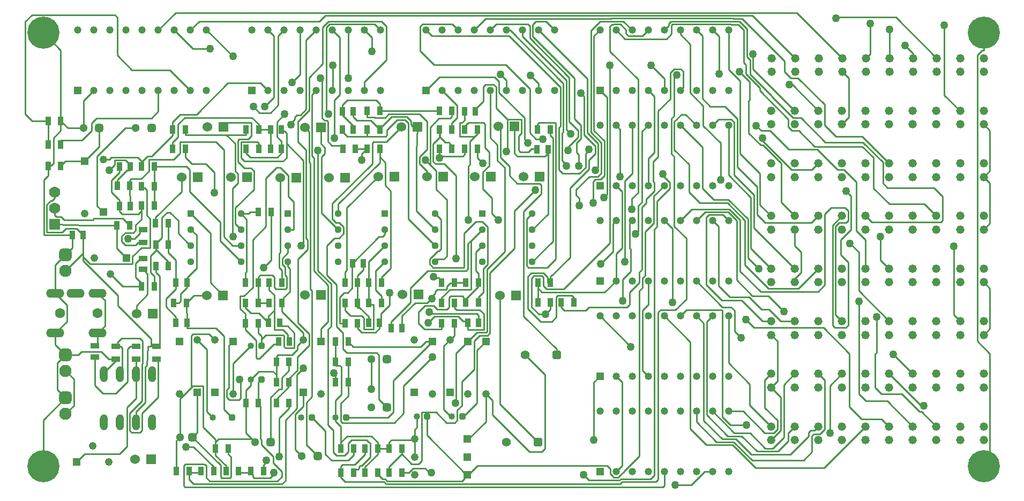
<source format=gbr>
%TF.GenerationSoftware,Altium Limited,Altium Designer,23.3.1 (30)*%
G04 Layer_Physical_Order=1*
G04 Layer_Color=255*
%FSLAX26Y26*%
%MOIN*%
%TF.SameCoordinates,C47A0882-6911-4C93-B89A-A613C280F5D7*%
%TF.FilePolarity,Positive*%
%TF.FileFunction,Copper,L1,Top,Signal*%
%TF.Part,Single*%
G01*
G75*
%TA.AperFunction,SMDPad,CuDef*%
%ADD10R,0.037402X0.057087*%
%ADD11R,0.032677X0.054724*%
%ADD12R,0.054724X0.032677*%
%ADD13R,0.057087X0.037402*%
%TA.AperFunction,Conductor*%
%ADD14C,0.010000*%
%TA.AperFunction,ComponentPad*%
%ADD15C,0.052000*%
%TA.AperFunction,ViaPad*%
%ADD16C,0.200000*%
%TA.AperFunction,ComponentPad*%
%ADD17C,0.048740*%
%ADD18R,0.048740X0.048740*%
%ADD19R,0.048740X0.048740*%
%ADD20R,0.060236X0.060236*%
%ADD21C,0.060236*%
%ADD22C,0.051181*%
G04:AMPARAMS|DCode=23|XSize=51.181mil|YSize=51.181mil|CornerRadius=12.795mil|HoleSize=0mil|Usage=FLASHONLY|Rotation=0.000|XOffset=0mil|YOffset=0mil|HoleType=Round|Shape=RoundedRectangle|*
%AMROUNDEDRECTD23*
21,1,0.051181,0.025591,0,0,0.0*
21,1,0.025591,0.051181,0,0,0.0*
1,1,0.025590,0.012795,-0.012795*
1,1,0.025590,-0.012795,-0.012795*
1,1,0.025590,-0.012795,0.012795*
1,1,0.025590,0.012795,0.012795*
%
%ADD23ROUNDEDRECTD23*%
%ADD24C,0.040000*%
G04:AMPARAMS|DCode=25|XSize=40mil|YSize=40mil|CornerRadius=10mil|HoleSize=0mil|Usage=FLASHONLY|Rotation=0.000|XOffset=0mil|YOffset=0mil|HoleType=Round|Shape=RoundedRectangle|*
%AMROUNDEDRECTD25*
21,1,0.040000,0.020000,0,0,0.0*
21,1,0.020000,0.040000,0,0,0.0*
1,1,0.020000,0.010000,-0.010000*
1,1,0.020000,-0.010000,-0.010000*
1,1,0.020000,-0.010000,0.010000*
1,1,0.020000,0.010000,0.010000*
%
%ADD25ROUNDEDRECTD25*%
%ADD26C,0.055118*%
G04:AMPARAMS|DCode=27|XSize=55.118mil|YSize=55.118mil|CornerRadius=13.78mil|HoleSize=0mil|Usage=FLASHONLY|Rotation=0.000|XOffset=0mil|YOffset=0mil|HoleType=Round|Shape=RoundedRectangle|*
%AMROUNDEDRECTD27*
21,1,0.055118,0.027559,0,0,0.0*
21,1,0.027559,0.055118,0,0,0.0*
1,1,0.027559,0.013780,-0.013780*
1,1,0.027559,-0.013780,-0.013780*
1,1,0.027559,-0.013780,0.013780*
1,1,0.027559,0.013780,0.013780*
%
%ADD27ROUNDEDRECTD27*%
%ADD28R,0.044488X0.044488*%
%ADD29C,0.044488*%
%ADD30C,0.046457*%
%ADD31R,0.046457X0.046457*%
%ADD32R,0.070000X0.070000*%
%ADD33C,0.070000*%
G04:AMPARAMS|DCode=34|XSize=76.772mil|YSize=76.772mil|CornerRadius=19.193mil|HoleSize=0mil|Usage=FLASHONLY|Rotation=270.000|XOffset=0mil|YOffset=0mil|HoleType=Round|Shape=RoundedRectangle|*
%AMROUNDEDRECTD34*
21,1,0.076772,0.038386,0,0,270.0*
21,1,0.038386,0.076772,0,0,270.0*
1,1,0.038386,-0.019193,-0.019193*
1,1,0.038386,-0.019193,0.019193*
1,1,0.038386,0.019193,0.019193*
1,1,0.038386,0.019193,-0.019193*
%
%ADD34ROUNDEDRECTD34*%
%ADD35C,0.076772*%
%ADD36R,0.048110X0.048110*%
%ADD37C,0.048110*%
%ADD38O,0.050000X0.100000*%
%ADD39O,0.112000X0.056000*%
%ADD40C,0.062992*%
%TA.AperFunction,ViaPad*%
%ADD41C,0.050000*%
D10*
X3225630Y1294818D02*
D03*
X3304370D02*
D03*
X1485370Y1042818D02*
D03*
X1406630D02*
D03*
X2079370Y261002D02*
D03*
X2000630D02*
D03*
X2300630D02*
D03*
X2379370D02*
D03*
X1221630D02*
D03*
X1300370D02*
D03*
X2300630Y113000D02*
D03*
X2379370D02*
D03*
X2229370Y111998D02*
D03*
X2150630D02*
D03*
X2000630D02*
D03*
X2079370D02*
D03*
X2045370Y926818D02*
D03*
X1966630D02*
D03*
X2104370Y1169000D02*
D03*
X2025630D02*
D03*
X2104370Y1042818D02*
D03*
X2025630D02*
D03*
X2104370Y1294818D02*
D03*
X2025630D02*
D03*
X2253370D02*
D03*
X2174630D02*
D03*
Y1169000D02*
D03*
X2253370D02*
D03*
X1440630Y119998D02*
D03*
X1519370D02*
D03*
X1488370Y545000D02*
D03*
X1409630D02*
D03*
X1599630D02*
D03*
X1678370D02*
D03*
X1599630Y673060D02*
D03*
X1678370D02*
D03*
Y801120D02*
D03*
X1599630D02*
D03*
X1553504Y1169000D02*
D03*
X1632244D02*
D03*
X1406630Y1294818D02*
D03*
X1485370D02*
D03*
X760630Y1272000D02*
D03*
X839370D02*
D03*
X1566370Y1735000D02*
D03*
X1487630D02*
D03*
X2012504Y2129182D02*
D03*
X2091244D02*
D03*
X1411630D02*
D03*
X1490370D02*
D03*
X1411630Y2248000D02*
D03*
X1490370D02*
D03*
X953630D02*
D03*
X1032370D02*
D03*
X953630Y2129182D02*
D03*
X1032370D02*
D03*
X2612630D02*
D03*
X2691370D02*
D03*
X3223504Y2248000D02*
D03*
X3302244D02*
D03*
X2691370D02*
D03*
X2612630D02*
D03*
X2242370Y2129182D02*
D03*
X2163630D02*
D03*
Y2248000D02*
D03*
X2242370D02*
D03*
X2163630Y2364000D02*
D03*
X2242370D02*
D03*
X2612630D02*
D03*
X2691370D02*
D03*
X2850244Y2129182D02*
D03*
X2771504D02*
D03*
X2850244Y2248000D02*
D03*
X2771504D02*
D03*
X686370Y1651000D02*
D03*
X607630D02*
D03*
X839370Y1774334D02*
D03*
X760630D02*
D03*
X839370Y1896000D02*
D03*
X760630D02*
D03*
X847630Y1664670D02*
D03*
X926370D02*
D03*
X961756Y1169000D02*
D03*
X1040496D02*
D03*
X3450370Y1170000D02*
D03*
X3371630D02*
D03*
X3304370D02*
D03*
X3225630D02*
D03*
X2229370Y261002D02*
D03*
X2150630D02*
D03*
X1285964Y119998D02*
D03*
X1364704D02*
D03*
X1406630Y1169000D02*
D03*
X1485370D02*
D03*
X760630Y2019000D02*
D03*
X839370D02*
D03*
X687496Y1897000D02*
D03*
X608756D02*
D03*
X1131296Y119998D02*
D03*
X1210036D02*
D03*
X976630D02*
D03*
X1055370D02*
D03*
X927370Y1531086D02*
D03*
X848630D02*
D03*
Y1397504D02*
D03*
X927370D02*
D03*
X179630Y2155000D02*
D03*
X258370D02*
D03*
Y2020002D02*
D03*
X179630D02*
D03*
X258370Y2303002D02*
D03*
X179630D02*
D03*
X2856244Y1294818D02*
D03*
X2777504D02*
D03*
X2706370Y1042818D02*
D03*
X2627630D02*
D03*
X2777504Y1170000D02*
D03*
X2856244D02*
D03*
X2627630Y1168818D02*
D03*
X2706370D02*
D03*
X2627630Y1294818D02*
D03*
X2706370D02*
D03*
X1632244D02*
D03*
X1553504D02*
D03*
X2045370Y801120D02*
D03*
X1966630D02*
D03*
Y673060D02*
D03*
X2045370D02*
D03*
D11*
X2313142Y1013000D02*
D03*
X2380858D02*
D03*
X2073268Y1416000D02*
D03*
X2140984D02*
D03*
X2239984Y1044000D02*
D03*
X2172268D02*
D03*
X1613016Y928000D02*
D03*
X1680732D02*
D03*
X1618858Y1044000D02*
D03*
X1551142D02*
D03*
X1631858Y2128000D02*
D03*
X1564142D02*
D03*
X2010142Y2362818D02*
D03*
X2077858D02*
D03*
Y2246818D02*
D03*
X2010142D02*
D03*
X1631858D02*
D03*
X1564142D02*
D03*
X2836858Y2362818D02*
D03*
X2769142D02*
D03*
X3221142Y2124000D02*
D03*
X3288858D02*
D03*
X330142Y1590000D02*
D03*
X397858D02*
D03*
X975142Y1296000D02*
D03*
X1042858D02*
D03*
X2790890Y1044000D02*
D03*
X2858606D02*
D03*
X622142Y2016880D02*
D03*
X689858D02*
D03*
X624142Y1771000D02*
D03*
X691858D02*
D03*
X1042858Y1044000D02*
D03*
X975142D02*
D03*
D12*
X769292Y1444858D02*
D03*
Y1377142D02*
D03*
X470000Y899732D02*
D03*
Y832016D02*
D03*
D13*
X770472Y1545630D02*
D03*
Y1624370D02*
D03*
X727060Y818630D02*
D03*
Y897370D02*
D03*
X599120Y818630D02*
D03*
Y897370D02*
D03*
X855000D02*
D03*
Y818630D02*
D03*
D14*
X1031716Y22000D02*
X4003284D01*
X1085000Y40000D02*
X1633408D01*
X1656036Y62628D01*
X1055370Y69630D02*
X1085000Y40000D01*
X1023000Y155000D02*
X1034000Y166000D01*
X1023000Y30716D02*
Y155000D01*
X1034000Y166000D02*
X1148000D01*
X1152459Y161541D01*
X1155381D02*
X1162997Y153926D01*
X1162998Y80000D02*
Y151002D01*
X1162997Y151003D02*
X1162998Y151002D01*
X1162997Y151003D02*
Y153926D01*
X1152459Y161541D02*
X1155381D01*
X1055370Y111998D02*
X1131296D01*
X1184998Y58000D02*
X1605000D01*
X1633000Y86000D01*
X1162998Y80000D02*
X1184998Y58000D01*
X1582000Y101176D02*
Y112000D01*
X1440630Y111998D02*
X1453151Y99477D01*
X1310597Y78455D02*
X1318000Y85858D01*
X1453151Y84062D02*
Y99477D01*
X1252000Y85858D02*
X1259403Y78455D01*
X1310597D01*
X1559028Y78204D02*
X1582000Y101176D01*
X1459009Y78204D02*
X1559028D01*
X1453151Y84062D02*
X1459009Y78204D01*
X1318000Y85858D02*
Y209000D01*
X1252000Y85858D02*
Y157370D01*
X4003284Y22000D02*
X4012000Y30716D01*
X1023000D02*
X1031716Y22000D01*
X4012000Y30716D02*
Y118500D01*
X3727006Y82272D02*
X3734735Y90000D01*
X3689265D02*
X3696994Y82272D01*
X2768857Y77630D02*
X2784227Y93000D01*
X3509000Y98000D02*
X3542728Y64272D01*
X2288371Y59630D02*
X2754984D01*
X2275959Y72042D02*
X2288371Y59630D01*
X3735646Y40000D02*
X3749646Y54000D01*
X3696994Y82272D02*
X3727006D01*
X2282545Y40000D02*
X3735646D01*
X2754984Y59630D02*
X2768857Y73503D01*
X2268545Y54000D02*
X2282545Y40000D01*
X2768857Y73503D02*
Y77630D01*
X3542728Y64272D02*
X3734462D01*
X3742190Y72000D01*
X2424922Y113000D02*
X2448922Y137000D01*
X2527176D01*
X2551176Y113000D01*
X2379370D02*
X2424922D01*
X2784227Y93000D02*
X2788354D01*
X3667171Y2975728D02*
X4456829D01*
X4457558Y2975000D01*
X4057770Y2897142D02*
X4064356Y2903728D01*
X3740002D02*
X3775000Y2868730D01*
X4427006Y2903728D02*
X4427735Y2903000D01*
X3696994Y2903728D02*
X3740002D01*
X3696265Y2903000D02*
X3696994Y2903728D01*
X3757772Y2921728D02*
X3812000Y2867500D01*
X4441918Y2939728D02*
X4442646Y2939000D01*
X4054042Y2921728D02*
X4434462D01*
X972500Y2975000D02*
X3666442D01*
X3688810Y2921000D02*
X3689538Y2921728D01*
X4457558Y2975000D02*
X4837666D01*
X3674626Y2957728D02*
X4449374D01*
X4064356Y2903728D02*
X4427006D01*
X4449374Y2957728D02*
X4450102Y2957000D01*
X865000Y2867500D02*
X972500Y2975000D01*
X3666442D02*
X3667171Y2975728D01*
X4434462Y2921728D02*
X4435190Y2921000D01*
X3673898Y2957000D02*
X3674626Y2957728D01*
X3689538Y2921728D02*
X3757772D01*
X4039000Y2906686D02*
X4054042Y2921728D01*
X3682082Y2939728D02*
X4441918D01*
X4837666Y2975000D02*
X5119666Y2693000D01*
X3681354Y2939000D02*
X3682082Y2939728D01*
X1903704Y2957000D02*
X3673898D01*
X4450102D02*
X4561888D01*
X4825888Y2693000D01*
X1868434Y2921730D02*
X1903704Y2957000D01*
X3277166Y2920000D02*
X3329666Y2867500D01*
X3213436Y2920000D02*
X3277166D01*
X3612000Y2921000D02*
X3688810D01*
X4435190D02*
X4479488D01*
X4526000Y2874488D01*
X4427735Y2903000D02*
X4472032D01*
X3688000D02*
X3696265D01*
X3675000Y2890000D02*
X3688000Y2903000D01*
X4472032D02*
X4508000Y2867032D01*
X4057770Y2845020D02*
Y2897142D01*
X4497302Y2939000D02*
X4760000Y2676302D01*
X2901166Y2939000D02*
X3681354D01*
X4442646D02*
X4497302D01*
X2829666Y2867500D02*
X2901166Y2939000D01*
X3193436Y2900000D02*
X3213436Y2920000D01*
X3557000Y2866000D02*
X3612000Y2921000D01*
X4546000Y2592912D02*
Y2681000D01*
X4679989Y2453989D02*
X4813978Y2320000D01*
X4520230Y2593226D02*
Y2650952D01*
X4606692Y2490706D02*
X4784888Y2312510D01*
X4412000Y2622260D02*
X4484230Y2550030D01*
X4542000Y2431000D02*
Y2546000D01*
X4481000Y2607000D02*
X4542000Y2546000D01*
X4412000Y2622260D02*
Y2867500D01*
X4606692Y2490706D02*
Y2506764D01*
X4546000Y2592912D02*
X4679989Y2458923D01*
X4484230Y2099046D02*
Y2550030D01*
X4813978Y2320000D02*
X4863000D01*
X4520230Y2593226D02*
X4606692Y2506764D01*
X4679989Y2453989D02*
Y2458923D01*
X4508000Y2663182D02*
X4520230Y2650952D01*
X4535000Y2424000D02*
X4542000Y2431000D01*
X4535000Y2424000D02*
X4536000Y2423000D01*
Y2226000D02*
Y2423000D01*
Y2226000D02*
X4612044Y2149956D01*
X4626044D01*
X4625000Y2176456D02*
X4803456Y1998000D01*
X4625000Y2176456D02*
Y2194000D01*
X4626044Y2149956D02*
X4739000Y2037000D01*
X4466230Y2015770D02*
X4589000Y1893000D01*
X4484230Y2099046D02*
X4607212Y1976064D01*
X4466230Y2015770D02*
Y2315676D01*
X4448230Y1965770D02*
Y2291770D01*
X4388906Y2393000D02*
X4466230Y2315676D01*
X4448230Y1965770D02*
X4571000Y1843000D01*
X4429000Y2311000D02*
X4448230Y2291770D01*
X4312000Y2867500D02*
X4353000Y2826500D01*
Y2594000D02*
Y2826500D01*
X4848756Y2241244D02*
X4947000Y2143000D01*
X4807734Y2241244D02*
X4848756D01*
X4784888Y2264090D02*
Y2312510D01*
Y2264090D02*
X4807734Y2241244D01*
X4947000Y2143000D02*
X5244814D01*
X1691000Y2287824D02*
X1713381Y2310205D01*
Y2324381D02*
X1728109Y2339109D01*
X1691000Y2277000D02*
Y2287824D01*
X1713381Y2310205D02*
Y2324381D01*
X4002000Y1963000D02*
X4048230Y1916770D01*
X4002000Y1963000D02*
Y1970000D01*
X1633000Y86000D02*
Y118000D01*
X1580000Y171000D02*
X1633000Y118000D01*
X3232000Y1097000D02*
X3273000D01*
X3304370Y1128370D02*
Y1170000D01*
X3273000Y1097000D02*
X3304370Y1128370D01*
X3188000Y1141000D02*
X3232000Y1097000D01*
X3339929Y1205071D02*
X3350858Y1216000D01*
X3436000D01*
X3450370Y1201630D01*
X3250356Y1235274D02*
X3641774D01*
X3280000Y1253274D02*
X3386274D01*
X3675000Y1542000D01*
X3225630Y1260000D02*
X3250356Y1235274D01*
X3641774D02*
X3712000Y1305500D01*
X3260000Y1273274D02*
X3280000Y1253274D01*
X3450370Y1170000D02*
Y1201630D01*
X3339929Y1136072D02*
Y1205071D01*
X3312000Y1053000D02*
X3341000Y1082000D01*
Y1135001D01*
X3339929Y1136072D02*
X3341000Y1135001D01*
X3242000Y1053000D02*
X3312000D01*
X3162000Y1133000D02*
X3242000Y1053000D01*
X1519370Y111998D02*
Y159546D01*
X1538000Y178176D01*
Y189000D01*
X1580000Y171000D02*
Y210000D01*
X5331963Y859051D02*
Y1079963D01*
X5323000Y850088D02*
X5331963Y859051D01*
X5323000Y640000D02*
Y850088D01*
X3465000Y1839412D02*
X3482000Y1822412D01*
Y1776000D02*
Y1822412D01*
X3465000Y1839412D02*
Y1875000D01*
X3467000Y2105412D02*
Y2164000D01*
Y2105412D02*
X3480000Y2092412D01*
X3583000Y1994000D02*
Y1996000D01*
X3480000Y2023000D02*
Y2092412D01*
X3524000Y2013000D02*
Y2098142D01*
X3380000Y1974138D02*
X3485138D01*
X3524000Y2013000D01*
X3545000Y2119142D02*
Y2124000D01*
X3524000Y2098142D02*
X3545000Y2119142D01*
X3376000Y2055640D02*
Y2224746D01*
X3404000Y2020000D02*
Y2027640D01*
X3376000Y2055640D02*
X3404000Y2027640D01*
X2251323Y1101324D02*
X2304000Y1154001D01*
X2239984Y1044000D02*
X2251323Y1055339D01*
Y1101324D01*
X2304000Y1154001D02*
Y1230000D01*
X1326000Y1585000D02*
Y1880000D01*
Y1585000D02*
X1331000Y1580000D01*
X1273000Y1580000D02*
X1328000Y1525000D01*
X1273000Y1580000D02*
Y2120000D01*
X1328000Y1525000D02*
X1379300D01*
X2587796Y1228620D02*
Y1236796D01*
X2601858Y1250858D01*
X2566000Y1206824D02*
X2587796Y1228620D01*
X2563432Y1196000D02*
X2566000D01*
X2462858Y1169000D02*
X2536432D01*
X2566000Y1196000D02*
Y1206824D01*
X2536432Y1169000D02*
X2563432Y1196000D01*
X1961000Y2194000D02*
Y2433000D01*
X1993242Y2465242D01*
X1899000Y2304000D02*
X1914142D01*
X1920000Y2174000D02*
Y2298142D01*
X1914142Y2304000D02*
X1920000Y2298142D01*
Y2174000D02*
X1945000Y2149000D01*
X1371000Y690000D02*
X1378000Y683000D01*
Y576000D02*
Y683000D01*
X1749109Y2339109D02*
X1783564Y2373564D01*
X1728109Y2339109D02*
X1749109D01*
X1602000Y2296000D02*
X1650000Y2344000D01*
X1602000Y2206000D02*
Y2296000D01*
X1733000Y2297544D02*
X1802000Y2366544D01*
Y2572000D01*
X1783564Y2373564D02*
Y2803730D01*
X1733000Y2171000D02*
Y2297544D01*
X2714000Y544000D02*
X2717372Y547372D01*
X2752000Y677000D02*
X2829000Y754000D01*
X2752000Y528000D02*
Y677000D01*
X2717372Y547372D02*
Y854602D01*
X2724000Y500000D02*
X2752000Y528000D01*
X2724000Y437000D02*
Y500000D01*
X2717372Y854602D02*
X2791000Y928230D01*
X1733000Y2171000D02*
X1784000Y2120000D01*
X3762636Y120370D02*
X3857000Y214735D01*
Y1244348D01*
X3675772Y103494D02*
Y136228D01*
X3656000Y156000D02*
X3675772Y136228D01*
X2851354Y156000D02*
X3656000D01*
X3188000Y1141000D02*
Y1321000D01*
X3204000Y1337000D02*
X3250000D01*
X3188000Y1321000D02*
X3193929Y1326929D01*
Y1328746D02*
X3201544Y1336361D01*
X3203361D01*
X3193929Y1326929D02*
Y1328746D01*
X3203361Y1336361D02*
X3204000Y1337000D01*
X3260000Y1355000D02*
X3287000Y1328000D01*
X3162000Y1332000D02*
X3185000Y1355000D01*
X3162000Y1133000D02*
Y1332000D01*
X2580000Y2651000D02*
X3026000D01*
X2493000Y2738000D02*
Y2889000D01*
Y2738000D02*
X2580000Y2651000D01*
X3185000Y1355000D02*
X3260000D01*
X2584497Y1323503D02*
X2608788D01*
X2627630Y1294818D02*
Y1304660D01*
X2608788Y1323503D02*
X2627630Y1304660D01*
X2578000Y1330000D02*
X2584497Y1323503D01*
X2764732Y1193000D02*
X2777504D01*
X2764189Y1193543D02*
Y1205142D01*
X2673316Y1140000D02*
Y1201393D01*
X2764189Y1193543D02*
X2764732Y1193000D01*
X2758331Y1211000D02*
X2764189Y1205142D01*
X2682923Y1211000D02*
X2758331D01*
X2673316Y1201393D02*
X2682923Y1211000D01*
X1083634Y273000D02*
X1210036Y146598D01*
Y111998D02*
Y146598D01*
X3742190Y72000D02*
X3927000D01*
X2229370Y102156D02*
X2259483Y72042D01*
X2275959D01*
X2229370Y102156D02*
Y111998D01*
X3675772Y103494D02*
X3689265Y90000D01*
X3961000Y54000D02*
X3975000Y68000D01*
X2026630Y54000D02*
X2268545D01*
X3927000Y72000D02*
X3949000Y94000D01*
X3734735Y90000D02*
X3762636Y117901D01*
X3749646Y54000D02*
X3961000D01*
X2000630Y80000D02*
X2026630Y54000D01*
X2551176Y113000D02*
X2562000D01*
X2379370Y226630D02*
X2440000Y166000D01*
X2485000D02*
X2505000Y186000D01*
X2440000Y166000D02*
X2485000D01*
X4178735Y34000D02*
X4263235Y118500D01*
X4080000Y34000D02*
X4178735D01*
X4263235Y118500D02*
X4312000D01*
X1952000Y239000D02*
Y376000D01*
X1972000Y219000D02*
X2025000D01*
X1952000Y239000D02*
X1972000Y219000D01*
X1905000Y224000D02*
Y371000D01*
X1942000Y187000D02*
X2046370D01*
X1905000Y224000D02*
X1942000Y187000D01*
X1820000Y456000D02*
X1905000Y371000D01*
X2118858Y154000D02*
X2130000D01*
X2079370Y122000D02*
X2090053Y132683D01*
X2107142D02*
X2113000Y138541D01*
Y148142D02*
X2118858Y154000D01*
X2090053Y132683D02*
X2107142D01*
X2113000Y138541D02*
Y148142D01*
X2174715Y302545D02*
X2182331Y294930D01*
Y294669D02*
Y294930D01*
X2174455Y302545D02*
X2174715D01*
X2183000Y207000D02*
Y294000D01*
X2066000Y316000D02*
X2161000D01*
X2174455Y302545D01*
X2182331Y294669D02*
X2183000Y294000D01*
X2046000Y240000D02*
Y296000D01*
X2066000Y316000D01*
X2039630Y339000D02*
X2190370D01*
X2229370Y300000D01*
X2000630D02*
X2039630Y339000D01*
X2788354Y93000D02*
X2851354Y156000D01*
X3762636Y117901D02*
Y120370D01*
X1500000Y321363D02*
Y523528D01*
X1505379Y284621D02*
Y315985D01*
X1488370Y535158D02*
X1500000Y523528D01*
Y321363D02*
X1505379Y315985D01*
Y284621D02*
X1580000Y210000D01*
X1488370Y535158D02*
Y673370D01*
X1478858Y821000D02*
X1494000D01*
X1584000Y911000D01*
X1473000Y826858D02*
Y933630D01*
Y826858D02*
X1478858Y821000D01*
X1641142Y969000D02*
X1647000Y963142D01*
X1640000Y1001000D02*
X1669393Y971607D01*
Y939339D02*
Y971607D01*
X1647000Y896000D02*
X1656000Y887000D01*
X1535000Y969000D02*
X1641142D01*
X1647000Y896000D02*
Y963142D01*
X1669393Y939339D02*
X1680732Y928000D01*
X1606433Y1255000D02*
X1608159Y1253275D01*
X1656417D02*
X1664000Y1260858D01*
X1608159Y1253275D02*
X1656417D01*
X1598000Y1255000D02*
X1606433D01*
X1664000Y1260858D02*
Y1331000D01*
X1587000Y1266000D02*
X1598000Y1255000D01*
X1643292Y1200000D02*
X1682000Y1238708D01*
X1652000Y1343000D02*
X1664000Y1331000D01*
X1670700Y1394076D02*
X1682000Y1382776D01*
Y1238708D02*
Y1382776D01*
X1587000Y1266000D02*
Y1328000D01*
X1572000Y1343000D02*
X1587000Y1328000D01*
X1498858Y1343000D02*
X1572000D01*
X1485370Y1169000D02*
Y1294818D01*
X1488361Y1297809D01*
Y1332503D01*
X1498858Y1343000D01*
X1521000Y1389000D02*
X1566370Y1434370D01*
X2242370Y2076630D02*
Y2129182D01*
Y2043000D02*
Y2076630D01*
X760630Y1886000D02*
X780000D01*
X872000Y897370D02*
Y1064000D01*
X397858Y1453142D02*
Y1478858D01*
Y1432000D02*
Y1453142D01*
Y1478858D02*
Y1590000D01*
X3225630Y1260000D02*
Y1294818D01*
X1945000Y2149000D02*
X2012504D01*
X6038000Y150000D02*
Y852000D01*
X1966630Y777832D02*
X1995000D01*
X2000630Y300000D02*
Y396686D01*
X763987Y2046643D02*
X798212Y2080868D01*
X760630Y2043286D02*
X763987Y2046643D01*
X179630Y2026000D02*
X200000D01*
X1599630Y673060D02*
Y720000D01*
X1409630Y357158D02*
X1446788Y320000D01*
X1221630Y300000D02*
Y318370D01*
X1069000Y641000D02*
X1080000Y652000D01*
X1012886Y584886D02*
X1069000Y641000D01*
X998630Y570630D02*
X1012886Y584886D01*
X998630Y402370D02*
Y570630D01*
Y332000D02*
Y402370D01*
X760630Y1742630D02*
Y1774334D01*
Y1689630D02*
Y1742630D01*
X1271126Y2290000D02*
X1444000D01*
X668756Y1995000D02*
X689858D01*
X1553504Y1249496D02*
X1586000Y1217000D01*
Y1121858D02*
Y1217000D01*
Y1001000D02*
Y1121858D01*
X1551142Y1087000D02*
X1586000Y1121858D01*
X1618858Y1025000D02*
X1669000D01*
X1506000Y940000D02*
Y961000D01*
Y901000D02*
Y940000D01*
X1584000Y911000D02*
X1613016D01*
X1662000Y2160000D02*
Y2225000D01*
Y2073000D02*
Y2160000D01*
X1631858Y2237000D02*
X1650000D01*
X2104370Y1138000D02*
X2118268D01*
X1993000Y1042000D02*
X2025630D01*
X2240636Y2249734D02*
X2317352Y2326450D01*
X2185916Y2304454D02*
X2240636Y2249734D01*
X2680000Y1291000D02*
X2706370D01*
X2760000Y1055000D02*
X2790890D01*
X2791000Y1537300D02*
X2810000Y1556300D01*
X3288858Y1722558D02*
Y2100000D01*
X3036446Y2312450D02*
X3038000D01*
X2771504Y2094504D02*
Y2129182D01*
Y2094008D02*
Y2094504D01*
X2628000Y2083000D02*
X2628496Y2082504D01*
X2612630Y2098370D02*
X2628000Y2083000D01*
X2760000D01*
X2624000D02*
X2628000D01*
X2804000Y2175756D02*
X2834244Y2206000D01*
X864000Y581000D02*
Y818630D01*
X609000Y897370D02*
Y920000D01*
Y897370D02*
X630000D01*
X626000Y740000D02*
X641000D01*
X1046754Y1542246D02*
X1066700D01*
X848630Y1495000D02*
Y1502740D01*
X1286000Y2216000D02*
X1411630D01*
X1032370D02*
X1286000D01*
X2174630Y1159000D02*
X2202000D01*
X2527000Y2057000D02*
X2556214Y2027786D01*
X2587298Y1441000D02*
X2641000D01*
X2556214Y2027786D02*
Y2262214D01*
X2617775Y2200145D02*
X2650296Y2167624D01*
X2612630Y2205290D02*
X2617775Y2200145D01*
X749000Y1600000D02*
Y1624370D01*
X258370Y2181000D02*
X390000D01*
X3287000Y1294818D02*
Y1328000D01*
X800000Y897370D02*
X819260D01*
X795170Y782098D02*
X800000Y897370D01*
X782000Y768928D02*
X795170Y782098D01*
X782000Y549002D02*
Y768928D01*
X726000Y493002D02*
X782000Y549002D01*
X726000Y424000D02*
Y493002D01*
X397858Y1432000D02*
X615000Y1214858D01*
Y1150000D02*
Y1214858D01*
Y1150000D02*
X819260Y945740D01*
Y897370D02*
Y945740D01*
Y897370D02*
X855000D01*
X522000Y2060228D02*
X559786D01*
X574802Y2075244D01*
X735386D01*
X763987Y2046643D01*
X760630Y2019000D02*
X763987Y2046643D01*
X399788Y2259000D02*
Y2427288D01*
X465000Y2492500D01*
X258370Y2303002D02*
Y2741630D01*
X150000Y2850000D02*
X258370Y2741630D01*
X302372Y2259000D02*
X399788D01*
X258370Y2303002D02*
X302372Y2259000D01*
X224488Y979984D02*
X297000Y1052496D01*
Y1155504D01*
X224488Y1228016D02*
X297000Y1155504D01*
X236000Y793924D02*
X287934Y845858D01*
X236000Y628934D02*
Y793924D01*
Y628934D02*
X287934Y577000D01*
X224488Y909304D02*
Y979984D01*
Y909304D02*
X287934Y845858D01*
X224488Y1228016D02*
Y1405488D01*
X287000Y1468000D01*
X330142Y1511142D02*
Y1590000D01*
X287000Y1468000D02*
X330142Y1511142D01*
X644000Y1272000D02*
X760630D01*
X567000Y1349000D02*
X644000Y1272000D01*
X3712000Y712000D02*
X3749000Y675000D01*
Y155500D02*
Y675000D01*
X3712000Y118500D02*
X3749000Y155500D01*
X3712000Y1305500D02*
Y1474000D01*
X3749000Y1511000D01*
Y1861998D01*
X3712000Y1898998D02*
X3749000Y1861998D01*
X2253370Y1169000D02*
Y1213000D01*
X2217000Y1249370D02*
X2253370Y1213000D01*
X2217000Y1249370D02*
Y1367300D01*
X2274700Y1425000D01*
X2706370Y964600D02*
Y1042818D01*
X2680000Y938230D02*
X2706370Y964600D01*
X1967000Y430316D02*
Y456000D01*
Y430316D02*
X2000630Y396686D01*
X2641452Y899682D02*
X2680000Y938230D01*
X2641452Y505548D02*
Y899682D01*
Y505548D02*
X2691000Y456000D01*
X1670700Y1394076D02*
Y1425000D01*
X1632244Y1169000D02*
X1643292Y1200000D01*
X1080000Y652000D02*
X1142000D01*
X1145000Y649000D01*
Y395000D02*
Y649000D01*
Y395000D02*
X1221630Y318370D01*
X1180228Y976000D02*
X1218000Y938228D01*
X1080000Y976000D02*
X1180228D01*
X1069000Y965000D02*
X1080000Y976000D01*
X1069000Y641000D02*
Y965000D01*
X976630Y111998D02*
Y310000D01*
X998630Y332000D01*
X1409630Y357158D02*
Y545000D01*
X996000Y601772D02*
X1012886Y584886D01*
X488268Y979984D02*
X533000Y1024716D01*
Y1183284D01*
X488268Y1228016D02*
X533000Y1183284D01*
X488268Y918000D02*
Y979984D01*
X470000Y899732D02*
X488268Y918000D01*
X975142Y1296000D02*
Y1434228D01*
X927370Y1482000D02*
X975142Y1434228D01*
X927370Y1482000D02*
Y1531086D01*
X1087496Y1216000D02*
X1168000D01*
X1040496Y1169000D02*
X1087496Y1216000D01*
X1042858Y1011628D02*
Y1044000D01*
Y1011628D02*
X1222000D01*
X1273628Y960000D01*
Y505372D02*
Y960000D01*
Y505372D02*
X1325000Y454000D01*
X1107000Y361630D02*
Y611772D01*
X1077370Y332000D02*
X1107000Y361630D01*
X1077370Y332000D02*
X1252000Y157370D01*
X1300370Y226630D02*
X1318000Y209000D01*
X1300370Y226630D02*
Y261002D01*
X1222000Y2171000D02*
X1273000Y2120000D01*
X1000000Y2171000D02*
X1222000D01*
X1000000Y2101000D02*
Y2171000D01*
X960000Y2061000D02*
X1000000Y2101000D01*
X806000Y2061000D02*
X960000D01*
X806000Y1989000D02*
Y2061000D01*
X757000Y1940000D02*
X806000Y1989000D01*
X697496Y1940000D02*
X757000D01*
X687496Y1930000D02*
X697496Y1940000D01*
X687496Y1897000D02*
Y1930000D01*
X288596Y2050228D02*
X406000D01*
X258370Y2020002D02*
X288596Y2050228D01*
X1670700Y1625000D02*
X1706000D01*
Y1799000D01*
X1673000Y1832000D02*
X1706000Y1799000D01*
X1673000Y1832000D02*
Y1960000D01*
X1622000Y2011000D02*
X1673000Y1960000D01*
X1600000Y2011000D02*
X1622000D01*
X1534000Y1945000D02*
X1600000Y2011000D01*
X1534000Y1644000D02*
Y1945000D01*
X1452000Y1562000D02*
X1534000Y1644000D01*
X1452000Y1265000D02*
Y1562000D01*
X1398000Y1211000D02*
X1452000Y1265000D01*
X1374000Y1211000D02*
X1398000D01*
X1374000Y1133000D02*
Y1211000D01*
Y1133000D02*
X1406630Y1100370D01*
Y1042818D02*
Y1100370D01*
X1631858Y2237000D02*
Y2246818D01*
X1662000Y2160000D02*
X1766000Y2056000D01*
Y1536000D02*
Y2056000D01*
X1755000Y1525000D02*
X1766000Y1536000D01*
X1631858Y2128000D02*
Y2176142D01*
X1602000Y2206000D02*
X1631858Y2176142D01*
X1411630Y2100000D02*
Y2129182D01*
Y2100000D02*
X1437630Y2074000D01*
X1605858D01*
X1631858Y2100000D01*
Y2128000D01*
X1304000Y903228D02*
X1329000Y928228D01*
X1304000Y639000D02*
Y903228D01*
X1291628Y626628D02*
X1304000Y639000D01*
X1291628Y580000D02*
Y626628D01*
Y580000D02*
X1307628Y564000D01*
X1366000D01*
X1378000Y576000D01*
X1776126Y2260330D02*
X1802000Y2234456D01*
Y2046000D02*
Y2234456D01*
Y2046000D02*
X1811000Y2037000D01*
Y1254000D02*
Y2037000D01*
Y1254000D02*
X1821372Y1243628D01*
Y583372D02*
Y1243628D01*
X1787000Y549000D02*
X1821372Y583372D01*
X1787000Y283212D02*
Y549000D01*
Y283212D02*
X1856212Y214000D01*
X1565212Y300000D02*
Y580000D01*
X1616212Y631000D01*
X1632000D01*
Y702630D01*
X1678370Y749000D01*
Y801120D01*
X2471000Y1741298D02*
X2587298Y1625000D01*
X2471000Y1741298D02*
Y2106874D01*
X2477126Y2265330D01*
X2450670D02*
X2477126D01*
X2438246Y2277754D02*
X2450670Y2265330D01*
X2438246Y2277754D02*
Y2300000D01*
X2411796Y2326450D02*
X2438246Y2300000D01*
X2317352Y2326450D02*
X2411796D01*
X2240636Y2249734D02*
X2242370Y2248000D01*
X2188786Y630214D02*
Y818000D01*
X2929666Y2198334D02*
Y2492500D01*
Y2198334D02*
X2975000Y2153000D01*
Y2056000D02*
Y2153000D01*
Y2056000D02*
X3019000Y2012000D01*
Y1488000D02*
Y2012000D01*
X2909000Y1378000D02*
X3019000Y1488000D01*
X2909000Y989228D02*
Y1378000D01*
X2903772Y984000D02*
X2909000Y989228D01*
X2846770Y984000D02*
X2903772D01*
X2791000Y928230D02*
X2846770Y984000D01*
X2313142Y1013000D02*
Y1052142D01*
X2433000Y1172000D01*
Y1262060D01*
X2539784Y1368844D01*
X2780000D01*
X2791000Y1379844D01*
Y1537300D01*
X2941000Y1724000D02*
X2981000Y1684000D01*
X2941000Y1724000D02*
Y1823000D01*
X2885000Y1879000D02*
X2941000Y1823000D01*
X2885000Y1879000D02*
Y1984000D01*
X2923000Y2022000D01*
Y2107000D01*
X2896000Y2134000D02*
X2923000Y2107000D01*
X2896000Y2134000D02*
Y2280000D01*
X2886000Y2290000D02*
X2896000Y2280000D01*
X2793504Y2290000D02*
X2886000D01*
X2771504Y2268000D02*
X2793504Y2290000D01*
X2771504Y2248000D02*
Y2268000D01*
X2902000Y428644D02*
Y601772D01*
X2788356Y315000D02*
X2902000Y428644D01*
X3342426Y845000D02*
Y880000D01*
X3138000Y1084426D02*
X3342426Y880000D01*
X3138000Y1084426D02*
Y1739000D01*
X3247000Y1848000D01*
Y1900000D01*
X3236000Y1911000D02*
X3247000Y1900000D01*
X3098000Y1911000D02*
X3236000D01*
X3049000Y1960000D02*
X3098000Y1911000D01*
X3049000Y1960000D02*
Y2018000D01*
X2993000Y2074000D02*
X3049000Y2018000D01*
X2993000Y2074000D02*
Y2257456D01*
X2981126Y2269330D02*
X2993000Y2257456D01*
X4012000Y2492500D02*
Y2566000D01*
X3930000Y2648000D02*
X4012000Y2566000D01*
X3675000Y1542000D02*
Y2648000D01*
X3260000Y1273274D02*
Y1327000D01*
X3250000Y1337000D02*
X3260000Y1327000D01*
X729000Y1100000D02*
Y1152000D01*
X797000Y1220000D01*
Y1349434D01*
X769292Y1377142D02*
X797000Y1349434D01*
X1032370Y2216000D02*
Y2248000D01*
X1286000Y2216000D02*
X1342000Y2160000D01*
Y1990000D02*
Y2160000D01*
Y1990000D02*
X1359246Y1972754D01*
Y1913246D02*
Y1972754D01*
X1326000Y1880000D02*
X1359246Y1913246D01*
X1566370Y1434370D02*
Y1735000D01*
X1411630Y2216000D02*
Y2248000D01*
X2174630Y1294818D02*
Y1424930D01*
X2274700Y1525000D01*
X2691370Y2328740D02*
Y2364000D01*
X2680000Y2317370D02*
X2691370Y2328740D01*
X2611370Y2317370D02*
X2680000D01*
X2556214Y2262214D02*
X2611370Y2317370D01*
X2556214Y2027786D02*
X2593000Y1991000D01*
Y1876000D02*
Y1991000D01*
Y1876000D02*
X2659000Y1810000D01*
Y1459000D02*
Y1810000D01*
X2641000Y1441000D02*
X2659000Y1459000D01*
X2587298Y1425000D02*
Y1441000D01*
X2777504Y1170000D02*
Y1193000D01*
X2660316Y1127000D02*
X2673316Y1140000D01*
X2601054Y1127000D02*
X2660316D01*
X2578044Y1150010D02*
X2601054Y1127000D01*
X2522064Y1150010D02*
X2578044D01*
X2485000Y1112946D02*
X2522064Y1150010D01*
X2485000Y1040000D02*
Y1112946D01*
Y1040000D02*
X2519000Y1006000D01*
X2627630D01*
Y1042818D01*
X2716000Y1445000D02*
Y1960000D01*
X2642000Y2034000D02*
X2716000Y1960000D01*
X2589018Y2034000D02*
X2642000D01*
X2574214Y2048804D02*
X2589018Y2034000D01*
X2574214Y2048804D02*
Y2156584D01*
X2617775Y2200145D01*
X2612630Y2248000D02*
X2617775Y2200145D01*
X419000Y1651000D02*
X607630D01*
X219000Y1657000D02*
X419000Y1651000D01*
X607630Y1508370D02*
Y1651000D01*
Y1508370D02*
X667000Y1449000D01*
X847630Y1664670D02*
Y1700000D01*
X1010126Y1862496D01*
Y1950330D01*
X676000Y1567000D02*
X716000D01*
X749000Y1600000D01*
Y1624370D02*
X770472D01*
X2163630Y2326000D02*
Y2364000D01*
Y2326000D02*
X2211000D01*
X2215000Y2322000D01*
X2275550D01*
X2298000Y2344450D01*
X2490550D01*
X2536126Y2298874D01*
Y2126270D02*
Y2298874D01*
X2489000Y2079144D02*
X2536126Y2126270D01*
X2489000Y2034928D02*
Y2079144D01*
Y2034928D02*
X2536126Y1987802D01*
Y1956330D02*
Y1987802D01*
X3575000Y315000D02*
Y675000D01*
X3612000Y712000D01*
X5323000Y640000D02*
X5363000Y600000D01*
X5489242D01*
X5599322Y489920D01*
X5614014D01*
X5705222Y398712D01*
X5225000Y600000D02*
Y1177000D01*
Y600000D02*
X5268000Y557000D01*
X5400044D01*
X5558332Y398712D01*
X4521000Y1065000D02*
X4571000Y1015000D01*
X5003000D01*
X5165000Y853000D01*
Y520000D02*
Y853000D01*
Y520000D02*
X5240000Y445000D01*
X5365156D01*
X5411444Y398712D01*
X4425000Y407000D02*
X4525000D01*
X4375000Y457000D02*
X4425000Y407000D01*
X4375000Y457000D02*
Y1118000D01*
X4369000Y1124000D02*
X4375000Y1118000D01*
X4149000Y1124000D02*
X4369000D01*
X4112000Y1087000D02*
X4149000Y1124000D01*
X5080000Y2940000D02*
X5087000Y2947000D01*
X5453222D01*
X5707222Y2693000D01*
X5413444D02*
Y2870604D01*
X5266556Y2693000D02*
X5293000Y2719444D01*
Y2909000D01*
X1119230Y2921730D02*
X1868434D01*
X1065000Y2867500D02*
X1119230Y2921730D01*
X1165000Y2867500D02*
X1329106Y2703394D01*
X5755000Y2462354D02*
Y2898000D01*
Y2462354D02*
X5852110Y2365244D01*
X1526000Y2391000D02*
X1583564Y2448564D01*
Y2831270D01*
X1547334Y2867500D02*
X1583564Y2831270D01*
X1456000Y2392000D02*
X1495000Y2353000D01*
X1564000D01*
X1611000Y2400000D01*
Y2831166D01*
X1647334Y2867500D01*
X1747334Y2591334D02*
Y2867500D01*
X1696000Y2540000D02*
X1747334Y2591334D01*
X1783564Y2803730D02*
X1847334Y2867500D01*
X1993242Y2465242D02*
Y2821592D01*
X1947334Y2867500D02*
X1993242Y2821592D01*
X1911000Y2356000D02*
X1923000Y2344000D01*
X1911000Y2356000D02*
Y2884000D01*
X1930730Y2903730D01*
X2211104D01*
X2247334Y2867500D01*
X3616000Y1411000D02*
X3693000Y1488000D01*
Y1661500D01*
X3712000Y1680500D01*
X5168000Y1538000D02*
X5222000Y1484000D01*
Y1243666D02*
Y1484000D01*
Y1243666D02*
X5411444Y1054222D01*
X4062000Y1172230D02*
Y1630500D01*
X4012000Y1680500D02*
X4062000Y1630500D01*
X4212000Y1680500D02*
X4266230Y1734730D01*
X4409008D01*
X4462000Y1681738D01*
Y1310718D02*
Y1681738D01*
Y1310718D02*
X4559718Y1213000D01*
X4659000D01*
X4758000Y1114000D01*
X4312000Y1680500D02*
X4349000Y1643500D01*
Y1274000D02*
Y1643500D01*
Y1274000D02*
X4418742Y1204258D01*
X4539222D01*
X4616480Y1127000D01*
X4663000D01*
X4735778Y1054222D01*
X4823888D01*
X4625236D02*
X4677000D01*
X4493200Y1186258D02*
X4625236Y1054222D01*
X4368742Y1186258D02*
X4493200D01*
X4275000Y1280000D02*
X4368742Y1186258D01*
X4275000Y1280000D02*
Y1702000D01*
X4289730Y1716730D01*
X4375770D01*
X4412000Y1680500D01*
X2529666Y2492500D02*
X2612166Y2575000D01*
X2955626D01*
X2983896Y2546730D01*
Y2478350D02*
Y2546730D01*
Y2478350D02*
X3142246Y2320000D01*
Y2185000D02*
Y2320000D01*
Y2185000D02*
X3162246Y2165000D01*
X3357000Y1997138D02*
X3380000Y1974138D01*
X3357000Y1997138D02*
Y2259710D01*
X3366500Y2269210D01*
Y2511500D01*
X3047000Y2831000D02*
X3366500Y2511500D01*
X2566166Y2831000D02*
X3047000D01*
X2529666Y2867500D02*
X2566166Y2831000D01*
X4760000Y2609000D02*
Y2676302D01*
Y2609000D02*
X4800000Y2569000D01*
X4845000D01*
X5010000Y2404000D01*
Y2275000D02*
Y2404000D01*
Y2275000D02*
X5080000Y2205000D01*
X5243934D01*
X5411444Y2037490D01*
X2929666Y2867500D02*
X2965896Y2903730D01*
X3162270D01*
X3175436Y2890564D01*
Y2817346D02*
Y2890564D01*
Y2817346D02*
X3420500Y2572282D01*
Y2297500D02*
Y2572282D01*
Y2297500D02*
X3477000Y2241000D01*
Y2199844D02*
Y2241000D01*
X3415000Y2137844D02*
X3477000Y2199844D01*
X3415000Y2117000D02*
Y2137844D01*
X3376000Y2224746D02*
X3384500Y2233246D01*
Y2536000D01*
X3053000Y2867500D02*
X3384500Y2536000D01*
X3029666Y2867500D02*
X3053000D01*
X4931288Y1998000D02*
X4970778Y2037490D01*
X4803456Y1998000D02*
X4931288D01*
X3402500Y2247500D02*
X3430000Y2220000D01*
X3402500Y2247500D02*
Y2553540D01*
X3129666Y2826374D02*
X3402500Y2553540D01*
X3129666Y2826374D02*
Y2867500D01*
X4142998Y2343000D02*
X4212000Y2273998D01*
X4120000Y2343000D02*
X4142998D01*
X4075000Y2298000D02*
X4120000Y2343000D01*
X4075000Y2122000D02*
Y2298000D01*
Y2122000D02*
X4166230Y2030770D01*
Y1856770D02*
Y2030770D01*
Y1856770D02*
X4233000Y1790000D01*
X4406250D01*
X4514000Y1682250D01*
Y1403976D02*
Y1682250D01*
Y1403976D02*
X4660000Y1257976D01*
X4846778D01*
X4970778Y1381976D01*
X3569576Y1793000D02*
Y1925576D01*
X3582000Y1938000D01*
X3617000D01*
X3639000Y1960000D01*
Y2176884D01*
X3575000Y2240884D02*
X3639000Y2176884D01*
X3575000Y2240884D02*
Y2830500D01*
X3612000Y2867500D01*
X3810000Y1751000D02*
Y1816772D01*
X3849000Y1855772D01*
Y2560000D01*
X3675000Y2734000D02*
X3849000Y2560000D01*
X3675000Y2734000D02*
Y2890000D01*
X3775000Y2846000D02*
Y2868730D01*
Y2846000D02*
X3790000Y2831000D01*
X3875500D01*
X3912000Y2867500D01*
X4012000D02*
X4039000Y2894500D01*
Y2906686D01*
X4526000Y2701000D02*
Y2874488D01*
Y2701000D02*
X4546000Y2681000D01*
X4863000Y2320000D02*
X5014000Y2169000D01*
X5246598D01*
X5372000Y2043598D01*
Y1914000D02*
Y2043598D01*
Y1914000D02*
X5400000Y1886000D01*
X5689000D01*
X5745000Y1830000D01*
Y1680000D02*
Y1830000D01*
X5735000Y1670000D02*
X5745000Y1680000D01*
X5304288Y1670000D02*
X5735000D01*
X5264556Y1709732D02*
X5304288Y1670000D01*
X4607212Y1779520D02*
X4677000Y1709732D01*
X4607212Y1779520D02*
Y1976064D01*
X1038000Y273000D02*
X1083634D01*
X1726910Y720910D02*
X1767000Y761000D01*
X1726910Y509750D02*
Y720910D01*
X1656036Y438876D02*
X1726910Y509750D01*
X1656036Y62628D02*
Y438876D01*
X1055370Y69630D02*
Y111998D01*
X865000Y2360000D02*
Y2492500D01*
X824000Y2319000D02*
X865000Y2360000D01*
X480000Y2319000D02*
X824000D01*
X449000Y2288000D02*
X480000Y2319000D01*
X449000Y2240000D02*
Y2288000D01*
X390000Y2181000D02*
X449000Y2240000D01*
X258370Y2155000D02*
Y2181000D01*
X2147334Y2492500D02*
Y2546334D01*
X2284000Y2683000D01*
Y2890000D01*
X2252270Y2921730D02*
X2284000Y2890000D01*
X1922730Y2921730D02*
X2252270D01*
X1887000Y2886000D02*
X1922730Y2921730D01*
X1887000Y2657000D02*
Y2886000D01*
X1802000Y2572000D02*
X1887000Y2657000D01*
X1784000Y1572000D02*
Y2120000D01*
Y1572000D02*
X1793000Y1563000D01*
Y1500000D02*
Y1563000D01*
X1734000Y1441000D02*
X1793000Y1500000D01*
X1734000Y1045372D02*
Y1441000D01*
Y1045372D02*
X1803372Y976000D01*
Y904372D02*
Y976000D01*
X1729000Y830000D02*
X1803372Y904372D01*
X1729000Y748630D02*
Y830000D01*
X1678370Y698000D02*
X1729000Y748630D01*
X1678370Y673060D02*
Y698000D01*
Y512370D02*
Y545000D01*
X1618000Y452000D02*
X1678370Y512370D01*
X1618000Y213000D02*
Y452000D01*
X1949000Y2494166D02*
Y2647000D01*
X1947334Y2492500D02*
X1949000Y2494166D01*
X2391000Y653000D02*
X2569000Y831000D01*
X2391000Y480000D02*
Y653000D01*
X2334000Y423000D02*
X2391000Y480000D01*
X2010000Y423000D02*
X2334000D01*
X2000000Y433000D02*
X2010000Y423000D01*
X2000000Y433000D02*
Y544000D01*
X2045370Y589370D01*
Y673060D01*
X1966630D02*
Y722370D01*
X1957000Y732000D02*
X1966630Y722370D01*
X4449000Y992000D02*
X4490000Y951000D01*
X4449000Y992000D02*
Y1120000D01*
X4426000Y1143000D02*
X4449000Y1120000D01*
X4374500Y1143000D02*
X4426000D01*
X4212000Y1305500D02*
X4374500Y1143000D01*
X2079370Y111998D02*
Y122000D01*
X2130000Y154000D02*
X2183000Y207000D01*
X2025000Y219000D02*
X2046000Y240000D01*
X1919000Y409000D02*
X1952000Y376000D01*
X1919000Y409000D02*
Y1003000D01*
X1940000Y1024000D01*
Y1287000D01*
X1858000Y1369000D02*
X1940000Y1287000D01*
X1858000Y1369000D02*
Y2117000D01*
X2994000Y2592000D02*
X3029666Y2556334D01*
Y2492500D02*
Y2556334D01*
X3079000Y1741000D02*
X3209000Y1871000D01*
X3079000Y1508000D02*
Y1741000D01*
X2927000Y1356000D02*
X3079000Y1508000D01*
X2927000Y980000D02*
Y1356000D01*
X2913000Y966000D02*
X2927000Y980000D01*
X2865000Y966000D02*
X2913000D01*
X2829000Y930000D02*
X2865000Y966000D01*
X2829000Y754000D02*
Y930000D01*
X2710000Y423000D02*
X2724000Y437000D01*
X2658000Y423000D02*
X2710000D01*
X2592000Y489000D02*
X2658000Y423000D01*
X2505000Y489000D02*
X2592000D01*
X2505000Y186000D02*
Y489000D01*
X2379370Y226630D02*
Y261002D01*
X2300630Y147000D02*
X2379370Y226630D01*
X2300630Y113000D02*
Y147000D01*
X3304370Y1294818D02*
Y1330000D01*
X3427000Y1452630D01*
Y1884000D01*
X3543000Y2000000D01*
Y2059000D01*
X3583000Y2099000D01*
Y2145762D01*
X3513000Y2215762D02*
X3583000Y2145762D01*
X3513000Y2215762D02*
Y2456000D01*
X3493000Y2476000D02*
X3513000Y2456000D01*
X3287000Y1294818D02*
X3304370D01*
X5999000Y2280244D02*
X6038000Y2241244D01*
Y1991490D02*
Y2241244D01*
X5999000Y1952490D02*
X6038000Y1991490D01*
X5117666Y2280244D02*
X5161000Y2323578D01*
Y2566666D01*
X5119666Y2608000D02*
X5161000Y2566666D01*
X4677000Y641466D02*
X4716000Y680466D01*
Y930222D01*
X4677000Y969222D02*
X4716000Y930222D01*
X5999000Y1624732D02*
X6038000Y1663732D01*
Y1913490D01*
X5999000Y1952490D02*
X6038000Y1913490D01*
X5999000Y1296976D02*
X6038000Y1257976D01*
Y1008222D02*
Y1257976D01*
X5999000Y969222D02*
X6038000Y1008222D01*
X2012504Y2129182D02*
Y2149000D01*
X1884000Y2319000D02*
X1899000Y2304000D01*
X1884000Y2319000D02*
Y2556000D01*
X1873000Y2567000D02*
X1884000Y2556000D01*
X80000Y2303002D02*
X179630D01*
X37000Y2346002D02*
X80000Y2303002D01*
X37000Y2346002D02*
Y2920000D01*
X80000Y2963000D01*
X595000D01*
X609000Y2949000D01*
Y2710000D02*
Y2949000D01*
Y2710000D02*
X700000Y2619000D01*
X938500D01*
X1065000Y2492500D01*
X406000Y2050228D02*
X498212Y2142440D01*
Y2259000D01*
X3612000Y1087000D02*
X3805000Y894000D01*
X5436798Y848000D02*
X5558332Y726466D01*
X5411444D02*
X5610910Y527000D01*
X5627000D01*
X1271126Y2264330D02*
Y2290000D01*
X1444000Y2208000D02*
Y2290000D01*
X1424726Y2188726D02*
X1444000Y2208000D01*
X1366724Y2188726D02*
X1424726D01*
X1360000Y2182002D02*
X1366724Y2188726D01*
X1360000Y2048282D02*
Y2182002D01*
Y2048282D02*
X1400000Y2008282D01*
X1440964D01*
X1459246Y1990000D01*
Y1875246D02*
Y1990000D01*
X1344000Y1760000D02*
X1459246Y1875246D01*
X1344000Y1660300D02*
Y1760000D01*
Y1660300D02*
X1379300Y1625000D01*
X1622126Y1482918D02*
Y1949330D01*
X1617454Y1478246D02*
X1622126Y1482918D01*
X1617454Y1386544D02*
Y1478246D01*
Y1386544D02*
X1632244Y1371754D01*
Y1294818D02*
Y1371754D01*
X1652000Y1343000D02*
Y1390000D01*
X1635454Y1406546D02*
X1652000Y1390000D01*
X1635454Y1406546D02*
Y1444454D01*
X1670700Y1479700D01*
Y1525000D01*
X357000Y178000D02*
X407000Y228000D01*
X624000D01*
X670000Y274000D01*
Y518000D01*
X726000Y574000D01*
Y724000D01*
X599120Y897370D02*
X609000D01*
Y920000D02*
X637000Y948000D01*
X750604D01*
X768604Y930000D01*
Y790604D02*
Y930000D01*
X764000Y786000D02*
X768604Y790604D01*
X764000Y557898D02*
Y786000D01*
X688000Y481898D02*
X764000Y557898D01*
X688000Y373000D02*
Y481898D01*
Y373000D02*
X700000Y361000D01*
X750000D01*
X764000Y375000D01*
Y481000D01*
X864000Y581000D01*
X855000Y818630D02*
X864000D01*
X2236096Y568116D02*
X2287212Y517000D01*
X2236096Y568116D02*
Y842904D01*
X2222000Y857000D02*
X2236096Y842904D01*
X2036000Y857000D02*
X2222000D01*
X2013000Y880000D02*
X2036000Y857000D01*
X2013000Y880000D02*
Y982000D01*
X1975000Y1020000D02*
X2013000Y982000D01*
X1975000Y1020000D02*
Y1280000D01*
X1913000Y1342000D02*
X1975000Y1280000D01*
X1913000Y1342000D02*
Y1524000D01*
X1960000Y1571000D01*
X1989544D01*
X2018544Y1600000D01*
Y1640000D01*
X1991544Y1667000D02*
X2018544Y1640000D01*
X1971000Y1667000D02*
X1991544D01*
X1948000Y1690000D02*
X1971000Y1667000D01*
X1948000Y1690000D02*
Y1788000D01*
X2196000Y2036000D01*
Y2164000D01*
X2203000Y2171000D01*
X2282796D01*
X2377126Y2265330D01*
X1650000Y2237000D02*
X1662000Y2225000D01*
X1640000Y2051000D02*
X1662000Y2073000D01*
X1400000Y2051000D02*
X1640000D01*
X1379000Y2072000D02*
X1400000Y2051000D01*
X1379000Y2072000D02*
Y2170726D01*
X1480000D01*
X1490370Y2160356D01*
Y2129182D02*
Y2160356D01*
X560000Y1995000D02*
X592802Y2027802D01*
Y2057244D01*
X660614D01*
X689858Y2028000D01*
Y2016880D02*
Y2028000D01*
X624142Y1737858D02*
Y1771000D01*
Y1737858D02*
X640000Y1722000D01*
X740000D01*
X760630Y1742630D01*
X953630Y2212000D02*
Y2248000D01*
X822498Y2080868D02*
X953630Y2212000D01*
X798212Y2080868D02*
X822498D01*
X760630Y2019000D02*
Y2043286D01*
X470000Y656000D02*
Y832016D01*
Y656000D02*
X520000Y606000D01*
X600000D01*
X673000Y679000D01*
Y880370D01*
X690000Y897370D01*
X727060D01*
X953630Y2248000D02*
Y2295630D01*
X1000000Y2342000D01*
X1102000D01*
X1298000Y2538000D01*
X1501834D01*
X1547334Y2492500D01*
X1966630Y777832D02*
Y801120D01*
X1995000Y777832D02*
X2003000Y769832D01*
Y597250D02*
Y769832D01*
X1967000Y561250D02*
X2003000Y597250D01*
X1967000Y456000D02*
Y561250D01*
X2033000Y456000D02*
X2294000D01*
X2326000Y488000D01*
Y685228D01*
X2569000Y928228D01*
X4112000Y2492500D02*
X4129000Y2509500D01*
Y2610000D01*
X4114000Y2625000D02*
X4129000Y2610000D01*
X4074000Y2625000D02*
X4114000D01*
X4049000Y2600000D02*
X4074000Y2625000D01*
X4049000Y2438000D02*
Y2600000D01*
X3975000Y2364000D02*
X4049000Y2438000D01*
X3975000Y2079000D02*
Y2364000D01*
X3944000Y2048000D02*
X3975000Y2079000D01*
X3944000Y1925000D02*
Y2048000D01*
Y1925000D02*
X3950000Y1919000D01*
Y1865000D02*
Y1919000D01*
X3901000Y1816000D02*
X3950000Y1865000D01*
X3901000Y1791000D02*
Y1816000D01*
X3875000Y1765000D02*
X3901000Y1791000D01*
X3875000Y1377000D02*
Y1765000D01*
X3857000Y1359000D02*
X3875000Y1377000D01*
X3857000Y1296000D02*
Y1359000D01*
X3795666Y1234666D02*
X3857000Y1296000D01*
X3795666Y1158666D02*
Y1234666D01*
X3780000Y1143000D02*
X3795666Y1158666D01*
X3542000Y1143000D02*
X3780000D01*
X3522000Y1123000D02*
X3542000Y1143000D01*
X3388630Y1123000D02*
X3522000D01*
X3371630Y1140000D02*
X3388630Y1123000D01*
X3371630Y1140000D02*
Y1170000D01*
X3755000Y1181000D02*
Y1315000D01*
X3805000Y1365000D01*
Y1503000D01*
X3796000Y1512000D02*
X3805000Y1503000D01*
X3796000Y1512000D02*
Y1664500D01*
X3812000Y1680500D01*
X3229666Y2492500D02*
Y2534334D01*
X3179000Y2585000D02*
X3229666Y2534334D01*
X4075000Y2571000D02*
X4091000Y2587000D01*
X4075000Y2334000D02*
Y2571000D01*
X4057000Y2316000D02*
X4075000Y2334000D01*
X4057000Y2097000D02*
Y2316000D01*
Y2097000D02*
X4075000Y2079000D01*
Y1644000D02*
Y2079000D01*
Y1644000D02*
X4149000Y1570000D01*
Y1193000D02*
Y1570000D01*
X4080000Y1124000D02*
X4149000Y1193000D01*
X3989000Y1124000D02*
X4080000D01*
X3975000Y1110000D02*
X3989000Y1124000D01*
X3975000Y68000D02*
Y1110000D01*
X2000630Y80000D02*
Y111998D01*
X4112000Y2840000D02*
Y2867500D01*
Y2840000D02*
X4173000Y2779000D01*
Y2478000D02*
Y2779000D01*
Y2478000D02*
X4255000Y2396000D01*
Y2273000D02*
Y2396000D01*
Y2273000D02*
X4362000Y2166000D01*
Y1936000D02*
Y2166000D01*
X5144000Y1866000D02*
X5175000Y1835000D01*
Y1625000D02*
Y1835000D01*
X5110000Y1560000D02*
X5175000Y1625000D01*
X5110000Y1468000D02*
Y1560000D01*
Y1468000D02*
X5157000Y1421000D01*
Y1030000D02*
Y1421000D01*
X5142000Y1015000D02*
X5157000Y1030000D01*
X5073000Y1015000D02*
X5142000D01*
X5060000Y1028000D02*
X5073000Y1015000D01*
X5060000Y1028000D02*
Y1652602D01*
X5117130Y1709732D01*
X5117666D01*
X4112000Y2273998D02*
X4249000Y2136998D01*
Y1880000D02*
Y2136998D01*
Y1880000D02*
X4319000Y1810000D01*
X4411706D01*
X4532000Y1689706D01*
Y1448000D02*
Y1689706D01*
Y1448000D02*
X4600000Y1380000D01*
X4585000Y2272000D02*
X4616978Y2240022D01*
X4671268D01*
X4786290Y2125000D01*
X4962000D01*
X5089000Y1998000D01*
X5131000D01*
X5207556Y1921444D01*
Y1617444D02*
Y1921444D01*
Y1617444D02*
X5264556Y1560444D01*
Y1381976D02*
Y1560444D01*
X2693436Y2903730D02*
X2729666Y2867500D01*
X2507730Y2903730D02*
X2693436D01*
X2493000Y2889000D02*
X2507730Y2903730D01*
X3026000Y2651000D02*
X3177000Y2500000D01*
Y2227000D02*
Y2500000D01*
Y2227000D02*
X3215000Y2189000D01*
X3256000D01*
X4112000Y1680500D02*
X4184230Y1752730D01*
X4418064D01*
X4485000Y1685794D01*
Y1366000D02*
Y1685794D01*
Y1366000D02*
X4612000Y1239000D01*
X4969000D01*
X5010000Y1280000D01*
Y1720000D01*
X5050000Y1760000D01*
X5137000D01*
X5157000Y1740000D01*
Y1680000D02*
Y1740000D01*
X5144000Y1667000D02*
X5157000Y1680000D01*
X5100000Y1667000D02*
X5144000D01*
X5078000Y1645000D02*
X5100000Y1667000D01*
X5078000Y1093888D02*
Y1645000D01*
Y1093888D02*
X5117666Y1054222D01*
X5813000Y1093332D02*
Y1521000D01*
Y1093332D02*
X5852110Y1054222D01*
X4564000Y2625132D02*
X4823888Y2365244D01*
X4564000Y2625132D02*
Y2719000D01*
X2195120Y2735000D02*
Y2819714D01*
X2147334Y2867500D02*
X2195120Y2819714D01*
X965000Y2867500D02*
X1080500Y2752000D01*
X1188000D01*
X4543000Y532712D02*
X4677000Y398712D01*
X4543000Y532712D02*
Y663000D01*
X4412000Y794000D02*
X4543000Y663000D01*
X4412000Y794000D02*
Y1087000D01*
X4784000Y358824D02*
X4823888Y398712D01*
X4784000Y308000D02*
Y358824D01*
X4720000Y244000D02*
X4784000Y308000D01*
X4589824Y244000D02*
X4720000D01*
X4494824Y339000D02*
X4589824Y244000D01*
X4406770Y339000D02*
X4494824D01*
X4275770Y470000D02*
X4406770Y339000D01*
X4275770Y470000D02*
Y1050770D01*
X4312000Y1087000D01*
X2902000Y601772D02*
X2942000Y561772D01*
Y472000D02*
Y561772D01*
Y472000D02*
X3174000Y240000D01*
X3249000D01*
X3269000Y260000D01*
Y721574D01*
X3145574Y845000D02*
X3269000Y721574D01*
X2792000Y1684000D02*
Y2018000D01*
X2804000Y2030000D01*
Y2175756D01*
X2850244Y2222000D02*
Y2248000D01*
X3191300Y1625000D02*
X3288858Y1722558D01*
X2380858Y1013000D02*
Y1087000D01*
X2462858Y1169000D01*
X2601858Y1250858D02*
X2652402D01*
X2659538Y1257994D01*
Y1270538D01*
X2680000Y1291000D01*
X2706370D02*
Y1294818D01*
X2551000Y1112000D02*
X2560000Y1103000D01*
X2847606D01*
X2858606Y1092000D01*
Y1044000D02*
Y1092000D01*
X1878000Y929230D02*
Y1006990D01*
X1921120Y1050110D01*
Y1279120D01*
X1833000Y1367240D02*
X1921120Y1279120D01*
X1833000Y1367240D02*
Y2072000D01*
X1820000Y2085000D02*
X1833000Y2072000D01*
X1820000Y2085000D02*
Y2465166D01*
X1847334Y2492500D01*
X1876126Y2160634D02*
Y2260330D01*
Y2160634D02*
X1901000Y2135760D01*
Y2098546D02*
Y2135760D01*
X1881454Y2079000D02*
X1901000Y2098546D01*
X1881454Y1726844D02*
Y2079000D01*
Y1726844D02*
X1983298Y1625000D01*
X1213000Y1855000D02*
Y1983000D01*
X1160000Y2036000D02*
X1213000Y1983000D01*
X1072370Y2036000D02*
X1160000D01*
X1032370Y2076000D02*
X1072370Y2036000D01*
X1032370Y2076000D02*
Y2129182D01*
X3637000Y1824000D02*
X3657000Y1844000D01*
Y2447500D01*
X3612000Y2492500D02*
X3657000Y2447500D01*
X4756156Y658734D02*
X4823888Y726466D01*
X4756156Y332156D02*
Y658734D01*
X4686568Y262568D02*
X4756156Y332156D01*
X4641770Y262568D02*
X4686568D01*
X4547338Y357000D02*
X4641770Y262568D01*
X4448500Y357000D02*
X4547338D01*
X4312000Y493500D02*
X4448500Y357000D01*
X5044000Y359000D02*
Y652800D01*
X5117666Y726466D01*
X2856244Y1170000D02*
Y1204000D01*
X2888000Y1235756D01*
Y1383000D01*
X2913946Y1408946D01*
Y1640054D01*
X2879000Y1675000D02*
X2913946Y1640054D01*
X2840000Y1675000D02*
X2879000D01*
X2768000Y1603000D02*
X2840000Y1675000D01*
X2768000Y1390000D02*
Y1603000D01*
X2764844Y1386844D02*
X2768000Y1390000D01*
X2575156Y1386844D02*
X2764844D01*
X2552000Y1410000D02*
X2575156Y1386844D01*
X2552000Y1410000D02*
Y1440000D01*
X2602962Y1490962D01*
X2610000D01*
X2623958Y1504920D01*
Y1688340D01*
X2587298Y1725000D02*
X2623958Y1688340D01*
X3188552Y2128000D02*
X3221142D01*
X3167552Y2107000D02*
X3188552Y2128000D01*
X3117246Y2107000D02*
X3167552D01*
X3107000Y2117246D02*
X3117246Y2107000D01*
X3107000Y2117246D02*
Y2208964D01*
X3124246Y2226210D01*
Y2312450D01*
X3038000D02*
X3124246D01*
X3038000Y2119000D02*
Y2312450D01*
X3031000Y2112000D02*
X3038000Y2119000D01*
X2613000Y2072000D02*
X2624000Y2083000D01*
X2760000D02*
X2771504Y2094504D01*
X2965896Y2383000D02*
X3036446Y2312450D01*
X2965896Y2383000D02*
Y2513104D01*
X2950000Y2529000D02*
X2965896Y2513104D01*
X2900000Y2529000D02*
X2950000D01*
X2886000Y2515000D02*
X2900000Y2529000D01*
X2886000Y2425142D02*
Y2515000D01*
X2836858Y2376000D02*
X2886000Y2425142D01*
X2836858Y2362818D02*
Y2376000D01*
X2991000Y537426D02*
Y1216000D01*
Y537426D02*
X3228426Y300000D01*
X1329000Y790000D02*
X1440000Y901000D01*
X1329000Y601772D02*
Y790000D01*
X1440000Y654952D02*
Y691000D01*
X1409630Y624582D02*
X1440000Y654952D01*
X1409630Y545000D02*
Y624582D01*
X2131000Y2057000D02*
Y2096552D01*
X2163630Y2129182D01*
X2629666Y2492500D02*
X2724000Y2398166D01*
Y2322000D02*
Y2398166D01*
X2691370Y2289370D02*
X2724000Y2322000D01*
X2691370Y2248000D02*
Y2289370D01*
X4048230Y1881230D02*
Y1916770D01*
X3966998Y1799998D02*
X4048230Y1881230D01*
X3966998Y1644268D02*
Y1799998D01*
X3949000Y1626270D02*
X3966998Y1644268D01*
X3949000Y94000D02*
Y1626270D01*
X5358000Y1435420D02*
X5411444Y1381976D01*
X5358000Y1435420D02*
Y1582000D01*
X3834000Y1597000D02*
X3849002Y1612002D01*
Y1772774D01*
X3875000Y1798772D01*
Y2236998D01*
X3912000Y2273998D01*
X3767000Y1426000D02*
Y1929000D01*
X3812000Y1974000D01*
Y2273998D01*
X2850244Y2072756D02*
Y2129182D01*
Y2072756D02*
X2885000Y2038000D01*
X4412000Y1964172D02*
Y2273998D01*
Y1964172D02*
X4550000Y1826172D01*
Y1508976D02*
Y1826172D01*
Y1508976D02*
X4677000Y1381976D01*
X3467000Y2164000D02*
X3495000Y2192000D01*
Y2276000D01*
X3455000Y2316000D02*
X3495000Y2276000D01*
X3455000Y2316000D02*
Y2567000D01*
X3193436Y2828564D02*
X3455000Y2567000D01*
X3193436Y2828564D02*
Y2900000D01*
X3583000Y1996000D02*
X3601000Y2014000D01*
Y2160000D01*
X3533102Y2227898D02*
X3601000Y2160000D01*
X3533102Y2227898D02*
Y2564064D01*
X3229666Y2867500D02*
X3533102Y2564064D01*
X2834244Y2206000D02*
X2850244Y2222000D01*
X2739000Y2206000D02*
X2834244D01*
X2739000D02*
Y2290000D01*
X2755142D01*
X2769142Y2304000D01*
Y2362818D01*
X2529228Y928228D02*
X2569000D01*
X2497000Y896000D02*
X2529228Y928228D01*
X2076188Y896000D02*
X2497000D01*
X2045370Y926818D02*
X2076188Y896000D01*
X1485370Y981630D02*
Y1042818D01*
Y981630D02*
X1506000Y961000D01*
X2790890Y1044000D02*
Y1055000D01*
X2730638Y1084362D02*
X2760000Y1055000D01*
X2583362Y1084362D02*
X2730638D01*
X2543000Y1044000D02*
X2583362Y1084362D01*
X2790890Y1003000D02*
Y1044000D01*
Y1003000D02*
X2889000D01*
Y1100000D01*
X2864000Y1125000D02*
X2889000Y1100000D01*
X2720000Y1125000D02*
X2864000D01*
X2706370Y1138630D02*
X2720000Y1125000D01*
X2706370Y1138630D02*
Y1168818D01*
X2163630Y2206000D02*
X2280000D01*
X2287104Y2213104D01*
Y2245554D01*
X2350000Y2308450D01*
X2400000D01*
X2420246Y2288204D01*
Y1692052D02*
Y2288204D01*
Y1692052D02*
X2587298Y1525000D01*
X2079370Y220000D02*
Y261002D01*
X2046370Y187000D02*
X2079370Y220000D01*
X2000630Y261002D02*
Y300000D01*
X2229370Y261002D02*
Y300000D01*
X2150630Y111998D02*
Y147000D01*
X2229370Y225740D01*
Y261002D01*
X2000630Y111998D02*
Y150000D01*
X2011630Y161000D01*
X2086828D01*
X2150630Y224802D01*
Y261002D01*
X3712000Y2867500D02*
X3766500Y2813000D01*
X4025750D01*
X4057770Y2845020D01*
X4508000Y2663182D02*
Y2867032D01*
X5244814Y2143000D02*
X5314000Y2073814D01*
Y1883000D02*
Y2073814D01*
Y1883000D02*
X5412000Y1785000D01*
X5629954D01*
X5705222Y1709732D01*
X2047334Y2567666D02*
Y2867500D01*
X4789022Y2527000D02*
X4809022D01*
X4970778Y2365244D01*
X4739000Y1794620D02*
Y2037000D01*
Y1794620D02*
X4823888Y1709732D01*
X3857000Y1244348D02*
X3875652Y1263000D01*
Y1322652D01*
X3894000Y1341000D01*
Y1610000D01*
X3948230Y1664230D01*
Y1835228D01*
X4012000Y1898998D01*
X4677000Y313712D02*
X4738156Y374868D01*
Y580310D01*
X4677000Y641466D02*
X4738156Y580310D01*
X4638000Y687466D02*
X4677000Y726466D01*
X4638000Y516000D02*
Y687466D01*
Y516000D02*
X4716000Y438000D01*
Y380000D02*
Y438000D01*
X4695000Y359000D02*
X4716000Y380000D01*
X4638000Y359000D02*
X4695000D01*
X4503500Y493500D02*
X4638000Y359000D01*
X4412000Y493500D02*
X4503500D01*
X5006844Y141000D02*
X5264556Y398712D01*
X4581230Y141000D02*
X5006844D01*
X4437230Y285000D02*
X4581230Y141000D01*
X4275000Y285000D02*
X4437230D01*
X4175000Y385000D02*
X4275000Y285000D01*
X4175000Y385000D02*
Y924000D01*
X4012000Y1087000D02*
X4175000Y924000D01*
X4945584Y373518D02*
X4970778Y398712D01*
X4924490Y373518D02*
X4945584D01*
X4910972Y360000D02*
X4924490Y373518D01*
X4910972Y338906D02*
Y360000D01*
X4798066Y226000D02*
X4910972Y338906D01*
X4552750Y226000D02*
X4798066D01*
X4457750Y321000D02*
X4552750Y226000D01*
X4372016Y321000D02*
X4457750D01*
X4257770Y435246D02*
X4372016Y321000D01*
X4257770Y435246D02*
Y1041230D01*
X4212000Y1087000D02*
X4257770Y1041230D01*
X4970778Y726466D02*
X5010000Y687244D01*
Y382778D02*
Y687244D01*
X4980222Y353000D02*
X5010000Y382778D01*
X4944000Y353000D02*
X4980222D01*
X4931000Y340000D02*
X4944000Y353000D01*
X4931000Y240000D02*
Y340000D01*
X4880000Y189000D02*
X4931000Y240000D01*
X4559000Y189000D02*
X4880000D01*
X4445000Y303000D02*
X4559000Y189000D01*
X4337000Y303000D02*
X4445000D01*
X4212000Y428000D02*
X4337000Y303000D01*
X4212000Y428000D02*
Y493500D01*
X2627630Y1168818D02*
Y1200630D01*
X2680000Y1253000D01*
X2810000D01*
Y1556300D01*
X2878700Y1625000D01*
X2025630Y1042000D02*
Y1042818D01*
X1993000Y1042000D02*
Y1205000D01*
X2020000Y1232000D01*
X2042000D01*
X2070000Y1260000D01*
Y1401732D01*
X2073268Y1405000D01*
Y1416000D01*
X839370Y1272000D02*
Y1335000D01*
X816000Y1358370D02*
X839370Y1335000D01*
X816000Y1358370D02*
Y1462370D01*
X848630Y1495000D01*
X2612630Y2205290D02*
Y2248000D01*
X2650296Y2167624D02*
X2672746D01*
X2691370Y2149000D01*
Y2129182D02*
Y2149000D01*
X3081126Y2100000D02*
Y2269330D01*
Y2100000D02*
X3098126Y2083000D01*
X3271858D01*
X3288858Y2100000D01*
Y2128000D01*
X2036544Y1760748D02*
X2232126Y1956330D01*
X2036544Y1371754D02*
Y1760748D01*
X2025630Y1360840D02*
X2036544Y1371754D01*
X2025630Y1294818D02*
Y1360840D01*
X2242370Y2076630D02*
X2276000Y2043000D01*
Y1900000D02*
Y2043000D01*
Y1900000D02*
X2310000Y1866000D01*
Y1384630D02*
Y1866000D01*
X2253370Y1328000D02*
X2310000Y1384630D01*
X2253370Y1294818D02*
Y1328000D01*
X2104370Y1138000D02*
Y1169000D01*
X2118268Y1138000D02*
X2172268Y1084000D01*
Y1044000D02*
Y1084000D01*
X2104370Y1010000D02*
Y1042818D01*
Y1010000D02*
X2128734Y985636D01*
X2215620D01*
X2239984Y1010000D01*
Y1044000D01*
X2174630Y1159000D02*
Y1169000D01*
X2202000Y1003636D02*
Y1159000D01*
X2142928Y1003636D02*
X2202000D01*
X2142928D02*
Y1074072D01*
X2130000Y1087000D02*
X2142928Y1074072D01*
X2058630Y1087000D02*
X2130000D01*
X2025630Y1120000D02*
X2058630Y1087000D01*
X2025630Y1120000D02*
Y1169000D01*
X1766000Y938230D02*
Y980244D01*
X1632244Y1114000D02*
X1766000Y980244D01*
X1632244Y1114000D02*
Y1169000D01*
X1730342Y902572D02*
X1766000Y938230D01*
X1730342Y877708D02*
Y902572D01*
X1698264Y845630D02*
X1730342Y877708D01*
X1610000Y845630D02*
X1698264D01*
X1599630Y835260D02*
X1610000Y845630D01*
X1599630Y801120D02*
Y835260D01*
X1586000Y1001000D02*
X1640000D01*
X1506000Y940000D02*
X1535000Y969000D01*
X1656000Y887000D02*
X1711000D01*
Y983000D01*
X1669000Y1025000D02*
X1711000Y983000D01*
X1618858Y1025000D02*
Y1044000D01*
X961756Y1169000D02*
X994000D01*
X1005000Y1180000D01*
Y1226142D01*
X1042858Y1264000D01*
Y1296000D01*
X5560332Y2693000D02*
Y2722668D01*
X5511000Y2772000D02*
X5560332Y2722668D01*
X3465000Y1875000D02*
X3546000Y1956000D01*
X3600000D01*
X3621000Y1977000D01*
Y2166000D01*
X3557000Y2230000D02*
X3621000Y2166000D01*
X3557000Y2230000D02*
Y2866000D01*
X3737000Y1955000D02*
Y2248998D01*
X3712000Y2273998D02*
X3737000Y2248998D01*
X3302244Y2211360D02*
Y2248000D01*
Y2211360D02*
X3319000Y2194604D01*
Y1552700D02*
Y2194604D01*
X3191300Y1425000D02*
X3319000Y1552700D01*
X3156000Y1689700D02*
X3191300Y1725000D01*
X3156000Y1400000D02*
Y1689700D01*
Y1400000D02*
X3168000Y1388000D01*
X3285000D01*
X3337000Y1440000D01*
Y2287000D01*
X3334000Y2290000D02*
X3337000Y2287000D01*
X3233504Y2290000D02*
X3334000D01*
X3223504Y2280000D02*
X3233504Y2290000D01*
X3223504Y2248000D02*
Y2280000D01*
X2612630Y2098370D02*
Y2129182D01*
X2628496Y2082504D02*
X2760000D01*
X2771504Y2094008D01*
X1488370Y673370D02*
X1506000Y691000D01*
X3912000Y1159230D02*
Y1305500D01*
X3875770Y1123000D02*
X3912000Y1159230D01*
X3875770Y748230D02*
Y1123000D01*
Y748230D02*
X3912000Y712000D01*
Y1898998D02*
Y2067000D01*
X3949000Y2104000D01*
Y2455500D01*
X3912000Y2492500D02*
X3949000Y2455500D01*
X2757000Y456000D02*
X2847000Y546000D01*
Y873230D01*
X2902000Y928230D01*
X4571000Y1634864D02*
X4823888Y1381976D01*
X4571000Y1634864D02*
Y1843000D01*
X4349002Y2311000D02*
X4429000D01*
X4312000Y2273998D02*
X4349002Y2311000D01*
X4928046Y1667000D02*
X4970778Y1709732D01*
X4640000Y1667000D02*
X4928046D01*
X4589000Y1718000D02*
X4640000Y1667000D01*
X4589000Y1718000D02*
Y1893000D01*
X4296000Y2393000D02*
X4388906D01*
X4249000Y2440000D02*
X4296000Y2393000D01*
X4249000Y2440000D02*
Y2830500D01*
X4212000Y2867500D02*
X4249000Y2830500D01*
X741780Y1545630D02*
X770472D01*
X725150Y1529000D02*
X741780Y1545630D01*
X660000Y1529000D02*
X725150D01*
X638000Y1551000D02*
X660000Y1529000D01*
X638000Y1551000D02*
Y1583288D01*
X660000Y1605288D01*
X710000D01*
X724500Y1619788D01*
Y1653500D01*
X760630Y1689630D01*
X839370Y2019000D02*
X1040000D01*
X1061000Y1998000D01*
Y1862000D02*
Y1998000D01*
Y1862000D02*
X1251000Y1672000D01*
Y1553300D02*
Y1672000D01*
Y1553300D02*
X1379300Y1425000D01*
X6000000Y150000D02*
X6038000D01*
X5960000Y930000D02*
X6038000Y852000D01*
X5960000Y930000D02*
Y2712000D01*
X5990000Y2742000D01*
X6000000D01*
Y2850000D01*
X1490370Y2248000D02*
Y2280000D01*
X1448370Y2322000D02*
X1490370Y2280000D01*
X1029000Y2322000D02*
X1448370D01*
X987000Y2280000D02*
X1029000Y2322000D01*
X987000Y2201370D02*
Y2280000D01*
X953630Y2168000D02*
X987000Y2201370D01*
X953630Y2129182D02*
Y2168000D01*
X1406630Y1139370D02*
Y1169000D01*
Y1139370D02*
X1440000Y1106000D01*
X1489142D01*
X1551142Y1044000D01*
X753228Y1444858D02*
X769292D01*
X722056Y1413686D02*
X753228Y1444858D01*
X722056Y1329574D02*
Y1413686D01*
Y1329574D02*
X760630Y1291000D01*
Y1272000D02*
Y1291000D01*
Y1886000D02*
Y1896000D01*
X780000Y1886000D02*
X795000Y1871000D01*
Y1713000D02*
Y1871000D01*
Y1713000D02*
X813000Y1695000D01*
Y1513000D02*
Y1695000D01*
X760000Y1513000D02*
X813000D01*
X704056Y1457056D02*
X760000Y1513000D01*
X704056Y1411000D02*
Y1457056D01*
X440000Y1411000D02*
X704056D01*
X397858Y1453142D02*
X440000Y1411000D01*
X1613016Y911000D02*
Y928000D01*
X1406630Y1000000D02*
X1473000Y933630D01*
X1406630Y1000000D02*
Y1042818D01*
X484628Y1771144D02*
X522000Y1733772D01*
X484628Y1771144D02*
Y2082628D01*
X661000Y2259000D01*
X724788D01*
X1717000Y254788D02*
X1757788Y214000D01*
X1717000Y254788D02*
Y474384D01*
X1766000Y523384D01*
Y611772D01*
X2274700Y1595700D02*
Y1625000D01*
X2260000Y1581000D02*
X2274700Y1595700D01*
X2238268Y1581000D02*
X2260000D01*
X2073268Y1416000D02*
X2238268Y1581000D01*
X2077858Y2326596D02*
Y2362818D01*
Y2326596D02*
X2100000Y2304454D01*
X2185916D01*
X2538000Y343354D02*
Y456000D01*
Y343354D02*
X2788354Y93000D01*
X689858Y1995000D02*
Y2016880D01*
X608756Y1935000D02*
X668756Y1995000D01*
X608756Y1897000D02*
Y1935000D01*
X179630Y1961630D02*
Y2020002D01*
X153000Y1935000D02*
X179630Y1961630D01*
X153000Y1591000D02*
Y1935000D01*
Y1591000D02*
X180000D01*
X181000Y1590000D01*
X330142D01*
X219000Y1820000D02*
Y1857000D01*
X204000Y1805000D02*
X219000Y1820000D01*
X196000Y1805000D02*
X204000D01*
X171000Y1780000D02*
X196000Y1805000D01*
X171000Y1609000D02*
Y1780000D01*
Y1609000D02*
X267000D01*
X289000Y1631000D01*
X356858D01*
X397858Y1590000D01*
X1983298Y1725000D02*
Y1783928D01*
X2242370Y2043000D01*
X2856244Y1294818D02*
Y1351000D01*
X2839000Y1368244D02*
X2856244Y1351000D01*
X2839000Y1368244D02*
Y1485300D01*
X2878700Y1525000D01*
X2856244Y1271740D02*
Y1294818D01*
X2777504Y1193000D02*
X2856244Y1271740D01*
X287000Y1368000D02*
X397858Y1478858D01*
X1167674Y491326D02*
X1205000Y454000D01*
X1167674Y491326D02*
Y877554D01*
X1107000Y938228D02*
X1167674Y877554D01*
X1066700Y1725000D02*
X1189000Y1602700D01*
Y1295000D02*
Y1602700D01*
Y1295000D02*
X1268000Y1216000D01*
X2315630Y315000D02*
X2461898D01*
X2300630Y300000D02*
X2315630Y315000D01*
X2300630Y261002D02*
Y300000D01*
X150000Y439066D02*
X287934Y577000D01*
X150000Y150000D02*
Y439066D01*
X1221630Y218334D02*
Y261002D01*
Y218334D02*
X1285964Y154000D01*
Y111998D02*
Y154000D01*
X179630Y2020002D02*
Y2026000D01*
X200000D02*
X212000Y2038000D01*
Y2193630D01*
X258370Y2240000D01*
Y2303002D01*
X219000Y1716000D02*
Y1757000D01*
Y1716000D02*
X230000Y1705000D01*
X261000D01*
X280000Y1686000D01*
X456000D01*
X464000Y1694000D01*
X643370D01*
X686370Y1651000D01*
X1446788Y320000D02*
X1466788Y300000D01*
X1241630Y320000D02*
X1446788D01*
X1221630Y300000D02*
X1241630Y320000D01*
X1221630Y261002D02*
Y300000D01*
X626000Y724000D02*
Y740000D01*
X641000D02*
Y886370D01*
X630000Y897370D02*
X641000Y886370D01*
X1578260Y741370D02*
X1599630Y720000D01*
X1490370Y741370D02*
X1578260D01*
X1440000Y691000D02*
X1490370Y741370D01*
X1066700Y1525000D02*
Y1542246D01*
X989000Y1600000D02*
X1046754Y1542246D01*
X989000Y1600000D02*
Y1680000D01*
X937000Y1732000D02*
X989000Y1680000D01*
X919000Y1732000D02*
X937000D01*
X887000Y1700000D02*
X919000Y1732000D01*
X887000Y1575370D02*
Y1700000D01*
X848630Y1537000D02*
X887000Y1575370D01*
X848630Y1531086D02*
Y1537000D01*
X1042858Y1296000D02*
Y1325000D01*
X1102000Y1384142D01*
Y1589700D01*
X1066700Y1625000D02*
X1102000Y1589700D01*
X975142Y1044000D02*
Y1080000D01*
X912054Y1143088D02*
X975142Y1080000D01*
X912054Y1143088D02*
Y1193054D01*
X975142Y1256142D01*
Y1296000D01*
X848630Y1502740D02*
Y1531086D01*
Y1502740D02*
X927370Y1424000D01*
Y1397504D02*
Y1424000D01*
X1406630Y1294818D02*
Y1355630D01*
X1415000Y1364000D01*
Y1689300D01*
X1379300Y1725000D02*
X1415000Y1689300D01*
X926370Y1598000D02*
Y1664670D01*
Y1598000D02*
X927370Y1597000D01*
Y1531086D02*
Y1597000D01*
X687496Y1835362D02*
Y1897000D01*
Y1835362D02*
X691858Y1831000D01*
Y1771000D02*
Y1831000D01*
X848630Y1359370D02*
Y1397504D01*
Y1359370D02*
X873000Y1335000D01*
Y1065000D02*
Y1335000D01*
X872000Y1064000D02*
X873000Y1065000D01*
X855000Y897370D02*
X872000D01*
X2163630Y2206000D02*
Y2248000D01*
X2039142Y2206000D02*
X2163630D01*
X2010142Y2235000D02*
X2039142Y2206000D01*
X2010142Y2235000D02*
Y2246818D01*
X2242370Y2364000D02*
Y2407630D01*
X2220000Y2430000D02*
X2242370Y2407630D01*
X2040000Y2430000D02*
X2220000D01*
X2010142Y2400142D02*
X2040000Y2430000D01*
X2010142Y2362818D02*
Y2400142D01*
X287934Y745858D02*
X340000Y693792D01*
Y529066D02*
Y693792D01*
X287934Y477000D02*
X340000Y529066D01*
X1438000Y1735000D02*
X1487630D01*
X1428000Y1725000D02*
X1438000Y1735000D01*
X1379300Y1725000D02*
X1428000D01*
X599120Y807120D02*
Y818630D01*
X526000Y734000D02*
X599120Y807120D01*
X526000Y724000D02*
Y734000D01*
X557370Y818630D02*
X599120D01*
X510000Y866000D02*
X557370Y818630D01*
X388142Y866000D02*
X510000D01*
X368000Y845858D02*
X388142Y866000D01*
X287934Y845858D02*
X368000D01*
X3225630Y1170000D02*
Y1260000D01*
X2472000Y390102D02*
Y456000D01*
X2461898Y380000D02*
X2472000Y390102D01*
X2461898Y315000D02*
Y380000D01*
Y204000D02*
Y315000D01*
X2229370Y261002D02*
X2300630D01*
X1966630Y801120D02*
Y926818D01*
X1599630Y720000D02*
Y801120D01*
X1040496Y1107362D02*
Y1169000D01*
Y1107362D02*
X1042858Y1105000D01*
Y1044000D02*
Y1105000D01*
X622142Y1981142D02*
Y2016880D01*
X573000Y1932000D02*
X622142Y1981142D01*
X573000Y1859142D02*
Y1932000D01*
Y1859142D02*
X624142Y1808000D01*
Y1771000D02*
Y1808000D01*
X1553504Y1249496D02*
Y1294818D01*
X1551142Y1044000D02*
Y1087000D01*
X1564142Y2128000D02*
Y2246818D01*
X1527182D02*
X1564142D01*
X1526000Y2248000D02*
X1527182Y2246818D01*
X1490370Y2248000D02*
X1526000D01*
X2140984Y1373614D02*
Y1416000D01*
X2104370Y1337000D02*
X2140984Y1373614D01*
X2104370Y1294818D02*
Y1337000D01*
Y1169000D02*
Y1294818D01*
X2242370Y2364000D02*
X2612630D01*
X2010142Y2337716D02*
Y2362818D01*
Y2337716D02*
X2077858Y2270000D01*
Y2246818D02*
Y2270000D01*
X2706370Y1294818D02*
X2777504D01*
X727060Y771060D02*
Y818630D01*
X726000Y770000D02*
X727060Y771060D01*
X726000Y724000D02*
Y770000D01*
X839370Y1896000D02*
Y2019000D01*
Y1774334D02*
Y1896000D01*
X1485370Y1169000D02*
X1553504D01*
X2174630D02*
Y1294818D01*
X2091244Y2129182D02*
X2163630D01*
X179630Y2155000D02*
Y2303002D01*
X1364704Y111998D02*
X1440630D01*
X1678370Y647740D02*
Y673060D01*
X1599630Y569000D02*
X1678370Y647740D01*
X1599630Y545000D02*
Y569000D01*
X2045370Y673060D02*
Y801120D01*
X4823888Y1523112D02*
Y1624732D01*
Y1523112D02*
X4863000Y1484000D01*
Y1358112D02*
Y1484000D01*
X4823888Y1319000D02*
X4863000Y1358112D01*
X4823888Y1296976D02*
Y1319000D01*
D15*
X5852110Y1952490D02*
D03*
Y2037490D02*
D03*
X5999000Y1952490D02*
D03*
Y2037490D02*
D03*
X5558332Y2280244D02*
D03*
Y2365244D02*
D03*
X5411444Y2280244D02*
D03*
Y2365244D02*
D03*
X5705222Y2280244D02*
D03*
Y2365244D02*
D03*
X5264556Y1952490D02*
D03*
Y2037490D02*
D03*
X5999000Y2280244D02*
D03*
Y2365244D02*
D03*
X5852110Y2280244D02*
D03*
Y2365244D02*
D03*
X5558332Y1952490D02*
D03*
Y2037490D02*
D03*
X5411444Y1952490D02*
D03*
Y2037490D02*
D03*
X5705222Y1952490D02*
D03*
Y2037490D02*
D03*
X5264556Y2280244D02*
D03*
Y2365244D02*
D03*
X5558332Y1296976D02*
D03*
Y1381976D02*
D03*
X5705222Y1296976D02*
D03*
Y1381976D02*
D03*
X5852110Y1296976D02*
D03*
Y1381976D02*
D03*
X5999000Y1296976D02*
D03*
Y1381976D02*
D03*
X5411444Y1296976D02*
D03*
Y1381976D02*
D03*
X5852110Y1624732D02*
D03*
Y1709732D02*
D03*
X5999000Y1624732D02*
D03*
Y1709732D02*
D03*
X5264556Y1624732D02*
D03*
Y1709732D02*
D03*
X5411444Y1624732D02*
D03*
Y1709732D02*
D03*
X5705222Y1624732D02*
D03*
Y1709732D02*
D03*
X5558332Y1624732D02*
D03*
Y1709732D02*
D03*
X5411444Y313712D02*
D03*
Y398712D02*
D03*
X4679000Y2693000D02*
D03*
Y2608000D02*
D03*
X5413444Y2693000D02*
D03*
Y2608000D02*
D03*
X5264556Y1296976D02*
D03*
Y1381976D02*
D03*
X5266556Y2693000D02*
D03*
Y2608000D02*
D03*
X4972778Y2693000D02*
D03*
Y2608000D02*
D03*
X5119666Y2693000D02*
D03*
Y2608000D02*
D03*
X5264556Y641466D02*
D03*
Y726466D02*
D03*
X4823888Y2280244D02*
D03*
Y2365244D02*
D03*
X4970778Y2280244D02*
D03*
Y2365244D02*
D03*
X5117666Y2280244D02*
D03*
Y2365244D02*
D03*
X4825888Y2693000D02*
D03*
Y2608000D02*
D03*
X5854110Y2693000D02*
D03*
Y2608000D02*
D03*
X5707222Y2693000D02*
D03*
Y2608000D02*
D03*
X5560332Y2693000D02*
D03*
Y2608000D02*
D03*
X6001000Y2693000D02*
D03*
Y2608000D02*
D03*
X5264556Y313712D02*
D03*
Y398712D02*
D03*
X5852110Y313712D02*
D03*
Y398712D02*
D03*
X5705222Y313712D02*
D03*
Y398712D02*
D03*
X5558332Y313712D02*
D03*
Y398712D02*
D03*
X5264556Y969222D02*
D03*
Y1054222D02*
D03*
X5558332Y969222D02*
D03*
Y1054222D02*
D03*
X5705222Y969222D02*
D03*
Y1054222D02*
D03*
X5411444Y969222D02*
D03*
Y1054222D02*
D03*
X5999000Y398712D02*
D03*
Y313712D02*
D03*
X5852110Y641466D02*
D03*
Y726466D02*
D03*
X5999000Y641466D02*
D03*
Y726466D02*
D03*
X5411444Y641466D02*
D03*
Y726466D02*
D03*
X5705222Y641466D02*
D03*
Y726466D02*
D03*
X5558332Y641466D02*
D03*
Y726466D02*
D03*
X5852110Y969222D02*
D03*
Y1054222D02*
D03*
X4677000Y2280244D02*
D03*
Y2365244D02*
D03*
X5999000Y969222D02*
D03*
Y1054222D02*
D03*
X4677000Y313712D02*
D03*
Y398712D02*
D03*
X4823888Y641466D02*
D03*
Y726466D02*
D03*
X4677000Y641466D02*
D03*
Y726466D02*
D03*
X4823888Y313712D02*
D03*
Y398712D02*
D03*
X4677000Y969222D02*
D03*
Y1054222D02*
D03*
X5117666Y969222D02*
D03*
Y1054222D02*
D03*
X4677000Y1296976D02*
D03*
Y1381976D02*
D03*
X4970778Y1296976D02*
D03*
Y1381976D02*
D03*
X5117666Y1296976D02*
D03*
Y1381976D02*
D03*
X4970778Y969222D02*
D03*
Y1054222D02*
D03*
X4823888Y1296976D02*
D03*
Y1381976D02*
D03*
Y969222D02*
D03*
Y1054222D02*
D03*
X4677000Y1624732D02*
D03*
Y1709732D02*
D03*
X4823888Y1952490D02*
D03*
Y2037490D02*
D03*
Y1624732D02*
D03*
Y1709732D02*
D03*
X4677000Y1952490D02*
D03*
Y2037490D02*
D03*
X4970778Y313712D02*
D03*
Y398712D02*
D03*
Y641466D02*
D03*
Y726466D02*
D03*
X5117666Y641466D02*
D03*
Y726466D02*
D03*
Y313712D02*
D03*
Y398712D02*
D03*
Y1624732D02*
D03*
Y1709732D02*
D03*
X4970778Y1952490D02*
D03*
Y2037490D02*
D03*
Y1624732D02*
D03*
Y1709732D02*
D03*
X5117666Y1952490D02*
D03*
Y2037490D02*
D03*
D16*
X150000Y150000D02*
D03*
Y2850000D02*
D03*
X6000000Y150000D02*
D03*
Y2850000D02*
D03*
D17*
X1107000Y938228D02*
D03*
X2461771Y97000D02*
D03*
Y209000D02*
D03*
Y320000D02*
D03*
X1878000Y602772D02*
D03*
X1766000Y938230D02*
D03*
X1329000Y601772D02*
D03*
X1218000Y938228D02*
D03*
X996000Y601772D02*
D03*
X522000Y2060228D02*
D03*
X406000Y1723772D02*
D03*
X2458000Y938228D02*
D03*
X2569000Y601772D02*
D03*
X2902000D02*
D03*
X2680000Y938230D02*
D03*
X2791000Y601772D02*
D03*
D18*
X1107000Y611772D02*
D03*
X1878000Y929230D02*
D03*
X1766000Y611772D02*
D03*
X1329000Y928228D02*
D03*
X1218000Y611772D02*
D03*
X996000Y928228D02*
D03*
X522000Y1733772D02*
D03*
X406000Y2050228D02*
D03*
X2458000Y611772D02*
D03*
X2569000Y928228D02*
D03*
X2902000Y928230D02*
D03*
X2680000Y611772D02*
D03*
X2791000Y928230D02*
D03*
D19*
X2788227Y97000D02*
D03*
Y209000D02*
D03*
X2788229Y320000D02*
D03*
D20*
X3081126Y2269330D02*
D03*
X3236124Y1955330D02*
D03*
X2935126D02*
D03*
X1876126Y2260330D02*
D03*
X1722126Y1949330D02*
D03*
X2332126Y1956330D02*
D03*
X2027124Y1949330D02*
D03*
X1416126Y1950330D02*
D03*
X1110126D02*
D03*
X1271126Y2264330D02*
D03*
X2477126Y2265330D02*
D03*
X2636126Y1956330D02*
D03*
X3091000Y1216000D02*
D03*
X2485002Y1220000D02*
D03*
X1878000Y1218000D02*
D03*
X1268000Y1216000D02*
D03*
X821000Y195000D02*
D03*
X829000Y1100000D02*
D03*
D21*
X2981126Y2269330D02*
D03*
X3136124Y1955330D02*
D03*
X2835126D02*
D03*
X1776126Y2260330D02*
D03*
X1622126Y1949330D02*
D03*
X2232126Y1956330D02*
D03*
X1927124Y1949330D02*
D03*
X1316126Y1950330D02*
D03*
X1010126D02*
D03*
X1171126Y2264330D02*
D03*
X2377126Y2265330D02*
D03*
X2536126Y1956330D02*
D03*
X2991000Y1216000D02*
D03*
X2385002Y1220000D02*
D03*
X1778000Y1218000D02*
D03*
X1168000Y1216000D02*
D03*
X721000Y195000D02*
D03*
X729000Y1100000D02*
D03*
D22*
X724788Y2259000D02*
D03*
X2188788Y517000D02*
D03*
X2188786Y818000D02*
D03*
X1466788Y300000D02*
D03*
X1757788Y214000D02*
D03*
X399788Y2259000D02*
D03*
X998630Y332000D02*
D03*
D23*
X823212Y2259000D02*
D03*
X2287212Y517000D02*
D03*
Y818000D02*
D03*
X1565212Y300000D02*
D03*
X1856212Y214000D02*
D03*
X498212Y2259000D02*
D03*
X1077370Y332000D02*
D03*
D24*
X2691000Y460000D02*
D03*
X2472000D02*
D03*
X1754000Y456000D02*
D03*
X1967000D02*
D03*
X1440000Y691000D02*
D03*
Y901000D02*
D03*
X1205000Y454000D02*
D03*
D25*
X2757000Y460000D02*
D03*
X2538000D02*
D03*
X1820000Y456000D02*
D03*
X2033000D02*
D03*
X1506000Y691000D02*
D03*
Y901000D02*
D03*
X1325000Y454000D02*
D03*
D26*
X3145574Y845000D02*
D03*
X3031574Y300000D02*
D03*
D27*
X3342426Y845000D02*
D03*
X3228426Y300000D02*
D03*
D28*
X2878700Y1725000D02*
D03*
X2274700D02*
D03*
X1670700D02*
D03*
X1066700D02*
D03*
D29*
X2878700Y1625000D02*
D03*
Y1525000D02*
D03*
Y1425000D02*
D03*
X3191300D02*
D03*
Y1525000D02*
D03*
Y1625000D02*
D03*
Y1725000D02*
D03*
X2587298D02*
D03*
Y1625000D02*
D03*
Y1525000D02*
D03*
Y1425000D02*
D03*
X2274700D02*
D03*
Y1525000D02*
D03*
Y1625000D02*
D03*
X1983298Y1725000D02*
D03*
Y1625000D02*
D03*
Y1525000D02*
D03*
Y1425000D02*
D03*
X1670700D02*
D03*
Y1525000D02*
D03*
Y1625000D02*
D03*
X1379300Y1725000D02*
D03*
Y1625000D02*
D03*
Y1525000D02*
D03*
Y1425000D02*
D03*
X1066700D02*
D03*
Y1525000D02*
D03*
Y1625000D02*
D03*
D30*
X3612000Y2273998D02*
D03*
X3712000D02*
D03*
X3812000D02*
D03*
X3912000D02*
D03*
X4012000D02*
D03*
X4112000D02*
D03*
X4212000D02*
D03*
X4312000D02*
D03*
X4412000D02*
D03*
Y1898998D02*
D03*
X4312000D02*
D03*
X4212000D02*
D03*
X4112000D02*
D03*
X4012000D02*
D03*
X3912000D02*
D03*
X3812000D02*
D03*
X3712000D02*
D03*
X3612000Y1680500D02*
D03*
X3712000D02*
D03*
X3812000D02*
D03*
X3912000D02*
D03*
X4012000D02*
D03*
X4112000D02*
D03*
X4212000D02*
D03*
X4312000D02*
D03*
X4412000D02*
D03*
Y1305500D02*
D03*
X4312000D02*
D03*
X4212000D02*
D03*
X4112000D02*
D03*
X4012000D02*
D03*
X3912000D02*
D03*
X3812000D02*
D03*
X3712000D02*
D03*
X3612000Y2867500D02*
D03*
X3712000D02*
D03*
X3812000D02*
D03*
X3912000D02*
D03*
X4012000D02*
D03*
X4112000D02*
D03*
X4212000D02*
D03*
X4312000D02*
D03*
X4412000D02*
D03*
Y2492500D02*
D03*
X4312000D02*
D03*
X4212000D02*
D03*
X4112000D02*
D03*
X4012000D02*
D03*
X3912000D02*
D03*
X3812000D02*
D03*
X3712000D02*
D03*
X2529666Y2867500D02*
D03*
X2629666D02*
D03*
X2729666D02*
D03*
X2829666D02*
D03*
X2929666D02*
D03*
X3029666D02*
D03*
X3129666D02*
D03*
X3229666D02*
D03*
X3329666D02*
D03*
Y2492500D02*
D03*
X3229666D02*
D03*
X3129666D02*
D03*
X3029666D02*
D03*
X2929666D02*
D03*
X2829666D02*
D03*
X2729666D02*
D03*
X2629666D02*
D03*
X365000Y2867500D02*
D03*
X465000D02*
D03*
X565000D02*
D03*
X665000D02*
D03*
X765000D02*
D03*
X865000D02*
D03*
X965000D02*
D03*
X1065000D02*
D03*
X1165000D02*
D03*
Y2492500D02*
D03*
X1065000D02*
D03*
X965000D02*
D03*
X865000D02*
D03*
X765000D02*
D03*
X665000D02*
D03*
X565000D02*
D03*
X465000D02*
D03*
X3712000Y712000D02*
D03*
X3812000D02*
D03*
X3912000D02*
D03*
X4012000D02*
D03*
X4112000D02*
D03*
X4212000D02*
D03*
X4312000D02*
D03*
X4412000D02*
D03*
Y1087000D02*
D03*
X4312000D02*
D03*
X4212000D02*
D03*
X4112000D02*
D03*
X4012000D02*
D03*
X3912000D02*
D03*
X3812000D02*
D03*
X3712000D02*
D03*
X3612000D02*
D03*
X1447334Y2867500D02*
D03*
X1547334D02*
D03*
X1647334D02*
D03*
X1747334D02*
D03*
X1847334D02*
D03*
X1947334D02*
D03*
X2047334D02*
D03*
X2147334D02*
D03*
X2247334D02*
D03*
Y2492500D02*
D03*
X2147334D02*
D03*
X2047334D02*
D03*
X1947334D02*
D03*
X1847334D02*
D03*
X1747334D02*
D03*
X1647334D02*
D03*
X1547334D02*
D03*
X3612000Y493500D02*
D03*
X3712000D02*
D03*
X3812000D02*
D03*
X3912000D02*
D03*
X4012000D02*
D03*
X4112000D02*
D03*
X4212000D02*
D03*
X4312000D02*
D03*
X4412000D02*
D03*
Y118500D02*
D03*
X4312000D02*
D03*
X4212000D02*
D03*
X4112000D02*
D03*
X4012000D02*
D03*
X3912000D02*
D03*
X3812000D02*
D03*
X3712000D02*
D03*
D31*
X3612000Y1898998D02*
D03*
Y1305500D02*
D03*
Y2492500D02*
D03*
X2529666D02*
D03*
X365000D02*
D03*
X3612000Y712000D02*
D03*
X1447334Y2492500D02*
D03*
X3612000Y118500D02*
D03*
D32*
X219000Y1657000D02*
D03*
D33*
Y1857000D02*
D03*
Y1757000D02*
D03*
D34*
X287000Y1468000D02*
D03*
X287934Y577000D02*
D03*
Y845858D02*
D03*
D35*
X287000Y1368000D02*
D03*
X287934Y477000D02*
D03*
Y745858D02*
D03*
D36*
X357000Y178000D02*
D03*
X667000Y1449000D02*
D03*
D37*
X457000Y278000D02*
D03*
X557000Y178000D02*
D03*
X467000Y1449000D02*
D03*
X567000Y1349000D02*
D03*
D38*
X526000Y424000D02*
D03*
X626000D02*
D03*
X526000Y724000D02*
D03*
X626000D02*
D03*
X826000Y424000D02*
D03*
X726000D02*
D03*
Y724000D02*
D03*
X826000D02*
D03*
D39*
X224488Y1228016D02*
D03*
Y979984D02*
D03*
X488268Y1228016D02*
D03*
Y979984D02*
D03*
X350472Y1228016D02*
D03*
D40*
X252048Y1104000D02*
D03*
X488268D02*
D03*
D41*
X4481000Y2607000D02*
D03*
X4625000Y2194000D02*
D03*
X4353000Y2594000D02*
D03*
X1691000Y2277000D02*
D03*
X4002000Y1970000D02*
D03*
X1582000Y112000D02*
D03*
X3273000Y1097000D02*
D03*
X1538000Y189000D02*
D03*
X5331963Y1079963D02*
D03*
X3482000Y1776000D02*
D03*
X3480000Y2023000D02*
D03*
X3583000Y1994000D02*
D03*
X3404000Y2020000D02*
D03*
X2304000Y1230000D02*
D03*
X1331000Y1580000D02*
D03*
X2566000Y1196000D02*
D03*
X1961000Y2194000D02*
D03*
X1371000Y690000D02*
D03*
X1650000Y2344000D02*
D03*
X2714000Y544000D02*
D03*
X4080000Y34000D02*
D03*
X3509000Y98000D02*
D03*
X2562000Y113000D02*
D03*
X1520000Y1387000D02*
D03*
X1755000Y1525000D02*
D03*
X2188786Y630214D02*
D03*
X2981000Y1684000D02*
D03*
X3930000Y2648000D02*
D03*
X3675000D02*
D03*
X2716000Y1445000D02*
D03*
X676000Y1567000D02*
D03*
X2578000Y1330000D02*
D03*
X3575000Y315000D02*
D03*
X5225000Y1177000D02*
D03*
X4521000Y1065000D02*
D03*
X4525000Y407000D02*
D03*
X5080000Y2940000D02*
D03*
X5413444Y2870604D02*
D03*
X5293000Y2909000D02*
D03*
X1329106Y2703394D02*
D03*
X5755000Y2898000D02*
D03*
X1526000Y2391000D02*
D03*
X1456000Y2392000D02*
D03*
X1696000Y2540000D02*
D03*
X1923000Y2344000D02*
D03*
X3616000Y1411000D02*
D03*
X5168000Y1538000D02*
D03*
X4062000Y1172230D02*
D03*
X4758000Y1114000D02*
D03*
X3162246Y2165000D02*
D03*
X3545000Y2124000D02*
D03*
X3415000Y2117000D02*
D03*
X3430000Y2220000D02*
D03*
X3569576Y1793000D02*
D03*
X3810000Y1751000D02*
D03*
X1038000Y273000D02*
D03*
X1767000Y761000D02*
D03*
X1618000Y213000D02*
D03*
X1949000Y2647000D02*
D03*
X2569000Y831000D02*
D03*
X1957000Y732000D02*
D03*
X4490000Y951000D02*
D03*
X1858000Y2117000D02*
D03*
X2994000Y2592000D02*
D03*
X3209000Y1871000D02*
D03*
X3493000Y2476000D02*
D03*
X1873000Y2567000D02*
D03*
X3805000Y894000D02*
D03*
X5436798Y848000D02*
D03*
X5627000Y527000D02*
D03*
X560000Y1995000D02*
D03*
X3755000Y1181000D02*
D03*
X3179000Y2585000D02*
D03*
X4091000Y2587000D02*
D03*
X4362000Y1936000D02*
D03*
X5144000Y1866000D02*
D03*
X4600000Y1380000D02*
D03*
X4585000Y2272000D02*
D03*
X3256000Y2189000D02*
D03*
X5813000Y1521000D02*
D03*
X4564000Y2719000D02*
D03*
X2195120Y2735000D02*
D03*
X1188000Y2752000D02*
D03*
X2792000Y1684000D02*
D03*
X2551000Y1112000D02*
D03*
X1213000Y1855000D02*
D03*
X3637000Y1824000D02*
D03*
X5044000Y359000D02*
D03*
X3031000Y2112000D02*
D03*
X2613000Y2072000D02*
D03*
X2527000Y2057000D02*
D03*
X2131000D02*
D03*
X5358000Y1582000D02*
D03*
X3834000Y1597000D02*
D03*
X3767000Y1426000D02*
D03*
X2885000Y2038000D02*
D03*
X2543000Y1044000D02*
D03*
X2047334Y2567666D02*
D03*
X4789022Y2527000D02*
D03*
X5511000Y2772000D02*
D03*
X3737000Y1955000D02*
D03*
%TF.MD5,9bdbc673fc662c80b0c2a2ece57d2ca2*%
M02*

</source>
